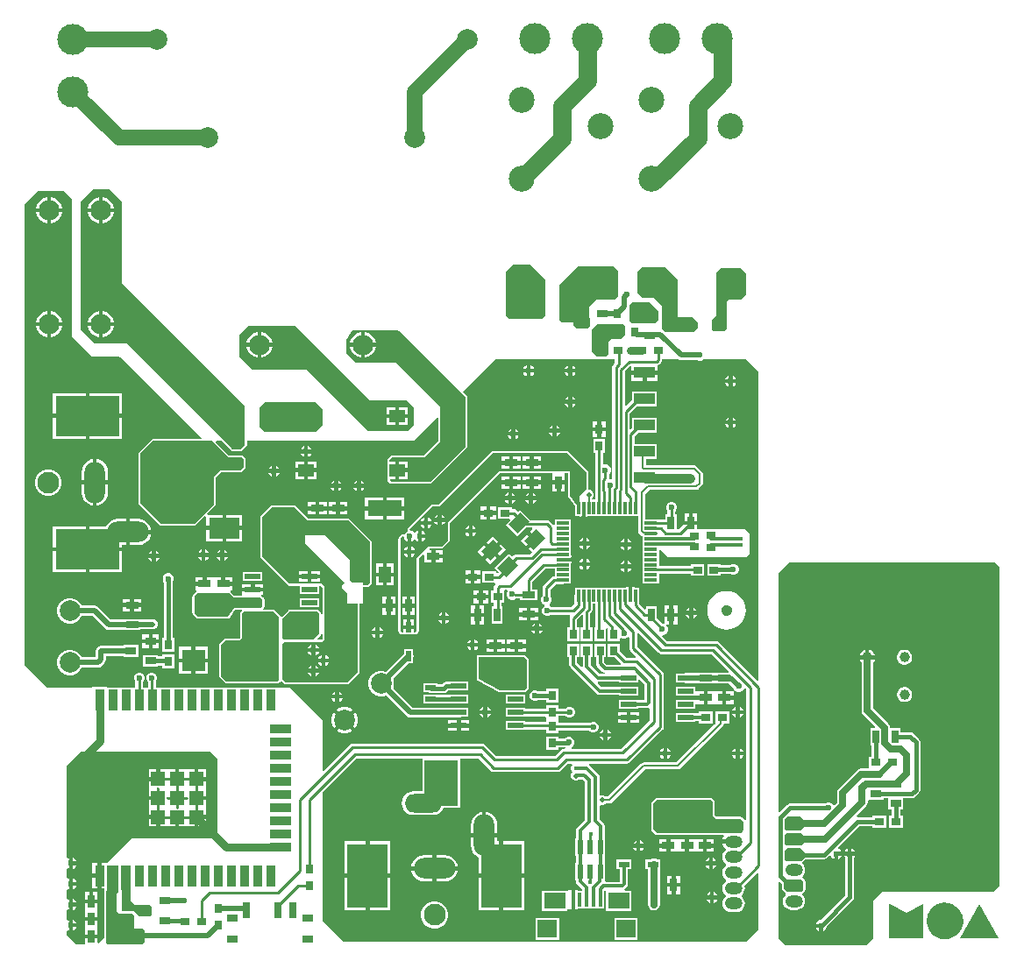
<source format=gtl>
G04*
G04 #@! TF.GenerationSoftware,Altium Limited,Altium Designer,23.4.1 (23)*
G04*
G04 Layer_Physical_Order=1*
G04 Layer_Color=255*
%FSLAX25Y25*%
%MOIN*%
G70*
G04*
G04 #@! TF.SameCoordinates,01ECF62D-24FD-4C24-98F2-6CFE089B3EF1*
G04*
G04*
G04 #@! TF.FilePolarity,Positive*
G04*
G01*
G75*
%ADD12C,0.01000*%
%ADD63C,0.08268*%
%ADD69R,0.02756X0.05118*%
%ADD70R,0.03800X0.03100*%
%ADD71R,0.05118X0.02756*%
G04:AMPARAMS|DCode=72|XSize=62.99mil|YSize=49.21mil|CornerRadius=0mil|HoleSize=0mil|Usage=FLASHONLY|Rotation=225.000|XOffset=0mil|YOffset=0mil|HoleType=Round|Shape=Rectangle|*
%AMROTATEDRECTD72*
4,1,4,0.00487,0.03967,0.03967,0.00487,-0.00487,-0.03967,-0.03967,-0.00487,0.00487,0.03967,0.0*
%
%ADD72ROTATEDRECTD72*%

%ADD73R,0.04724X0.01181*%
%ADD74R,0.01181X0.04724*%
%ADD75R,0.03100X0.03800*%
%ADD76R,0.04331X0.03150*%
%ADD77R,0.07874X0.04331*%
%ADD78R,0.02362X0.02362*%
%ADD79R,0.06299X0.06299*%
%ADD80R,0.17323X0.12992*%
%ADD81R,0.24410X0.15354*%
%ADD82R,0.03543X0.07874*%
%ADD83R,0.07874X0.03543*%
%ADD84R,0.05236X0.05236*%
%ADD85R,0.08858X0.08346*%
%ADD86R,0.07480X0.07087*%
%ADD87R,0.08268X0.06299*%
%ADD88R,0.01575X0.05315*%
%ADD89R,0.02362X0.05354*%
%ADD90R,0.04134X0.02165*%
%ADD91R,0.05906X0.01968*%
%ADD92R,0.03937X0.01968*%
%ADD93R,0.03937X0.03150*%
%ADD94R,0.02756X0.05906*%
%ADD95R,0.12992X0.17323*%
%ADD96R,0.15354X0.24410*%
%ADD97R,0.05118X0.13386*%
%ADD98R,0.02165X0.04134*%
%ADD99R,0.12992X0.06299*%
%ADD100R,0.04724X0.06299*%
%ADD101R,0.06102X0.04724*%
%ADD102R,0.11811X0.07874*%
%ADD103C,0.01500*%
%ADD104C,0.02000*%
%ADD105C,0.02500*%
%ADD106C,0.01100*%
%ADD107C,0.00800*%
%ADD108C,0.01200*%
%ADD109C,0.01470*%
%ADD110C,0.03000*%
%ADD111C,0.03500*%
%ADD112C,0.07000*%
%ADD113C,0.06000*%
%ADD114O,0.06693X0.04724*%
%ADD115C,0.09843*%
%ADD116O,0.07874X0.15748*%
%ADD117O,0.15748X0.07874*%
%ADD118O,0.07087X0.14173*%
%ADD119C,0.01181*%
%ADD120C,0.07874*%
%ADD121C,0.03937*%
%ADD122O,0.14173X0.07087*%
%ADD123C,0.11811*%
%ADD124C,0.02362*%
%ADD125C,0.01968*%
%ADD126C,0.01772*%
G36*
X203188Y255066D02*
Y241324D01*
X201935Y240070D01*
X189470Y240130D01*
X188150Y241450D01*
X188150Y258300D01*
X190750Y260900D01*
X197320D01*
X197337Y260917D01*
X203188Y255066D01*
D02*
G37*
G36*
X246063Y243307D02*
Y239764D01*
X244882Y238583D01*
X235827D01*
X235039Y239370D01*
X235039Y245276D01*
X236221Y246457D01*
X242913D01*
X246063Y243307D01*
D02*
G37*
G36*
X230709Y258661D02*
Y248819D01*
X229528Y247638D01*
X222441D01*
X219685Y244882D01*
Y240945D01*
X220079Y240551D01*
Y237402D01*
X219291Y236614D01*
X214961D01*
X213779Y237795D01*
Y238976D01*
X209449D01*
X208661Y239764D01*
Y253150D01*
X215748Y260236D01*
X229134D01*
X230709Y258661D01*
D02*
G37*
G36*
X279528Y257480D02*
Y249606D01*
X277559Y247638D01*
X272835D01*
X272047Y246850D01*
Y236221D01*
X271260Y235433D01*
X267323D01*
X266535Y236221D01*
Y239764D01*
X268110Y241339D01*
Y257874D01*
X269685Y259449D01*
X277559D01*
X279528Y257480D01*
D02*
G37*
G36*
X248819Y259842D02*
X253543Y255118D01*
Y240945D01*
X259055D01*
X261024Y238976D01*
Y236614D01*
X259449Y235039D01*
X248819D01*
X247638Y236221D01*
Y244882D01*
X244488Y248031D01*
X240158D01*
X238189Y250000D01*
Y258268D01*
X239764Y259842D01*
X248819Y259842D01*
D02*
G37*
G36*
X233465Y237402D02*
Y234252D01*
X231890Y232677D01*
X228346D01*
X227165Y231496D01*
Y226772D01*
X226378Y225984D01*
X222835D01*
X220866Y227953D01*
Y236221D01*
X222835Y238189D01*
X232677D01*
X233465Y237402D01*
D02*
G37*
G36*
X136614Y209055D02*
X150394Y209055D01*
X153150Y206299D01*
X153150Y200000D01*
X150787Y197638D01*
X135827D01*
X112598Y220866D01*
X91732Y220866D01*
X87008Y225590D01*
Y234252D01*
X90158Y237402D01*
X108268D01*
X136614Y209055D01*
D02*
G37*
G36*
X118504Y205906D02*
Y200000D01*
X115748Y197244D01*
X96457D01*
X94488Y199213D01*
Y206693D01*
X96457Y208661D01*
X115748D01*
X118504Y205906D01*
D02*
G37*
G36*
X42126Y284646D02*
X42126Y253937D01*
X88976Y207087D01*
X88976Y192126D01*
X87402Y190551D01*
X84252D01*
X44094Y230709D01*
X31890Y230709D01*
X26378Y236221D01*
Y284646D01*
X31102Y289370D01*
X37402D01*
X42126Y284646D01*
D02*
G37*
G36*
X172835Y210433D02*
Y191535D01*
X159449Y178150D01*
X144685D01*
X144001Y178833D01*
X144193Y179295D01*
X146100D01*
Y182658D01*
Y186020D01*
X143956D01*
X143765Y186482D01*
X144685Y187402D01*
X157283D01*
X163189Y193307D01*
Y206890D01*
X146457Y223622D01*
X131299Y223622D01*
X127559Y227362D01*
Y232283D01*
X129724Y236024D01*
X147244D01*
X172835Y210433D01*
D02*
G37*
G36*
X218701Y181890D02*
Y175197D01*
X216339Y172835D01*
Y165945D01*
X215158D01*
Y169216D01*
X212598Y172704D01*
Y175394D01*
Y182087D01*
X185433D01*
X166142Y162795D01*
X166142Y155905D01*
X163779Y153543D01*
X158661D01*
X154331Y149213D01*
X154331Y121462D01*
X153730Y120802D01*
X153264Y120983D01*
Y122085D01*
X151181D01*
X149098D01*
Y120901D01*
X148632Y120722D01*
X148031Y121387D01*
X148031Y156693D01*
X148895Y157556D01*
X149380Y157334D01*
X149520Y156629D01*
X150002Y155908D01*
X150724Y155426D01*
X150825Y155406D01*
Y157480D01*
X152325D01*
Y155406D01*
X152426Y155426D01*
X153147Y155908D01*
X153293Y156126D01*
X153793D01*
X153939Y155908D01*
X154661Y155426D01*
X154762Y155406D01*
Y157480D01*
Y159555D01*
X154661Y159535D01*
X153939Y159053D01*
X153793Y158834D01*
X153293D01*
X153147Y159053D01*
X152426Y159535D01*
X151721Y159675D01*
X151499Y160160D01*
X160113Y168774D01*
X163189D01*
X167323Y173228D01*
X183268Y189173D01*
X211417D01*
X218701Y181890D01*
D02*
G37*
G36*
X76378Y193701D02*
X82677Y187402D01*
X87795Y187402D01*
X88583Y186614D01*
Y183858D01*
X87402Y182677D01*
X79528D01*
X77165Y180315D01*
Y169685D01*
X69685Y162205D01*
X57087Y162205D01*
X49213Y170079D01*
Y188976D01*
X53937Y193701D01*
X76378Y193701D01*
D02*
G37*
G36*
X246199Y113128D02*
X246678Y112807D01*
X247244Y112695D01*
X266317D01*
X272928Y106083D01*
X272737Y105621D01*
X268001D01*
Y105481D01*
X267432D01*
Y105621D01*
X260914D01*
Y105481D01*
X256595D01*
X256496Y105500D01*
X255755Y105353D01*
X255597Y105247D01*
X252843D01*
Y101879D01*
X255587D01*
X255774Y101753D01*
X256516Y101606D01*
X260914D01*
Y101465D01*
X267432D01*
Y101606D01*
X268001D01*
Y101465D01*
X272960D01*
X274864Y99562D01*
X275007Y99215D01*
X275593Y98629D01*
X276358Y98313D01*
X277186D01*
X277951Y98629D01*
X278536Y99215D01*
X278698Y99606D01*
X279288Y99724D01*
X279624Y99388D01*
Y49539D01*
X279124Y49407D01*
X279048Y49520D01*
X278064Y50505D01*
X277832Y50659D01*
X277559Y50714D01*
X268209D01*
X267446Y51477D01*
Y56496D01*
X267392Y56769D01*
X267237Y57001D01*
X266450Y57788D01*
X266218Y57943D01*
X265945Y57997D01*
X245669D01*
X245396Y57943D01*
X245165Y57788D01*
X243590Y56213D01*
X243435Y55982D01*
X243381Y55709D01*
X243381Y46063D01*
X243435Y45790D01*
X243590Y45558D01*
X244968Y44180D01*
X245199Y44026D01*
X245472Y43971D01*
X270971Y43971D01*
X271217Y43471D01*
X270882Y43034D01*
X270543Y42216D01*
X270526Y42089D01*
X274803D01*
Y40589D01*
X270526D01*
X270543Y40461D01*
X270882Y39643D01*
X271421Y38941D01*
X271815Y38638D01*
Y38008D01*
X271492Y37760D01*
X270969Y37078D01*
X270641Y36285D01*
X270529Y35433D01*
X270641Y34582D01*
X270969Y33788D01*
X271492Y33106D01*
X271911Y32785D01*
Y32176D01*
X271492Y31854D01*
X270969Y31173D01*
X270641Y30379D01*
X270529Y29528D01*
X270641Y28676D01*
X270969Y27882D01*
X271492Y27201D01*
X271911Y26880D01*
Y26270D01*
X271492Y25949D01*
X270969Y25267D01*
X270641Y24474D01*
X270529Y23622D01*
X270641Y22770D01*
X270969Y21977D01*
X271492Y21295D01*
X271911Y20974D01*
Y20365D01*
X271492Y20043D01*
X270969Y19362D01*
X270641Y18568D01*
X270529Y17717D01*
X270641Y16865D01*
X270969Y16071D01*
X271492Y15390D01*
X272174Y14867D01*
X272967Y14538D01*
X273819Y14426D01*
X275787D01*
X276639Y14538D01*
X277433Y14867D01*
X278114Y15390D01*
X278637Y16071D01*
X278966Y16865D01*
X279078Y17717D01*
X278966Y18568D01*
X278637Y19362D01*
X278114Y20043D01*
X277695Y20365D01*
Y20974D01*
X278114Y21295D01*
X278637Y21977D01*
X278966Y22770D01*
X279078Y23622D01*
X278966Y24474D01*
X278897Y24640D01*
X283790Y29534D01*
X284252Y29342D01*
Y7874D01*
X279528Y3150D01*
X126378D01*
X118504Y11024D01*
Y60114D01*
X131321Y72931D01*
X156387D01*
Y60387D01*
X153150D01*
X151990Y60234D01*
X150909Y59787D01*
X149981Y59074D01*
X149268Y58146D01*
X148821Y57065D01*
X148668Y55905D01*
X148821Y54746D01*
X149268Y53665D01*
X149981Y52737D01*
X150909Y52024D01*
X151990Y51577D01*
X153150Y51424D01*
X160236D01*
X161396Y51577D01*
X162477Y52024D01*
X163405Y52737D01*
X164117Y53665D01*
X164348Y54221D01*
X170779D01*
Y72931D01*
X177734D01*
X182419Y68246D01*
X182899Y67926D01*
X183465Y67813D01*
X207874D01*
X208440Y67926D01*
X208919Y68246D01*
X211636Y70963D01*
X213187D01*
X213394Y70463D01*
X213250Y70319D01*
X212978Y69662D01*
Y68952D01*
X213250Y68296D01*
X213653Y67892D01*
X213166Y67406D01*
X212879Y66713D01*
Y65964D01*
X213166Y65271D01*
X213696Y64741D01*
X214389Y64454D01*
X215139D01*
X215831Y64741D01*
X216011Y64921D01*
X217275D01*
X218097Y64099D01*
Y49588D01*
X215357Y46848D01*
X214995Y46307D01*
X214868Y45669D01*
Y42550D01*
X214654D01*
Y35796D01*
X214868D01*
Y33298D01*
X214654D01*
Y26544D01*
X214868D01*
Y26178D01*
X214995Y25540D01*
X215357Y24999D01*
X217207Y23149D01*
X217174Y22649D01*
X215567D01*
Y22949D01*
X214529D01*
Y19291D01*
Y15634D01*
X215567D01*
Y15934D01*
X225503D01*
Y19080D01*
X225545Y19291D01*
Y22535D01*
X225794Y22720D01*
X226269Y22472D01*
Y14960D01*
X235936D01*
Y22659D01*
X233348D01*
X233196Y23159D01*
X233449Y23328D01*
X234152Y24031D01*
X234484Y24527D01*
X234600Y25112D01*
Y30895D01*
X235838D01*
Y34460D01*
X230304D01*
Y30895D01*
X231541D01*
Y25939D01*
X226267D01*
X225872Y26439D01*
X225897Y26544D01*
X225897D01*
Y33298D01*
X225683D01*
Y35796D01*
X225897D01*
Y42550D01*
X225683D01*
Y47261D01*
X225556Y47898D01*
X225194Y48439D01*
X223901Y49733D01*
Y54964D01*
X224316Y55242D01*
X224423Y55197D01*
X225173D01*
X225865Y55484D01*
X226137Y55756D01*
X227554D01*
X228061Y55857D01*
X228491Y56144D01*
X241100Y68753D01*
X253543D01*
X254051Y68854D01*
X254481Y69142D01*
X270703Y85364D01*
X270990Y85794D01*
X271091Y86301D01*
Y86333D01*
X273073D01*
Y90833D01*
X267873D01*
Y86333D01*
X267873Y86333D01*
X267873D01*
X267568Y85978D01*
X252994Y71404D01*
X240551D01*
X240044Y71303D01*
X239614Y71016D01*
X227005Y58407D01*
X226137D01*
X225865Y58679D01*
X225173Y58966D01*
X224423D01*
X224316Y58922D01*
X223901Y59199D01*
Y65812D01*
X223774Y66450D01*
X223412Y66991D01*
X220167Y70236D01*
X219828Y70463D01*
X219980Y70963D01*
X234252D01*
X234818Y71075D01*
X235297Y71396D01*
X247727Y83825D01*
X248048Y84305D01*
X248160Y84871D01*
Y104893D01*
X248048Y105459D01*
X247727Y105938D01*
X238093Y115573D01*
Y120581D01*
X238555Y120772D01*
X246199Y113128D01*
D02*
G37*
G36*
X23228Y285827D02*
Y233465D01*
X30709Y225984D01*
X41339D01*
X72446Y194876D01*
X72255Y194414D01*
X53937Y194414D01*
X53664Y194360D01*
X53432Y194205D01*
X48708Y189481D01*
X48553Y189250D01*
X48499Y188976D01*
Y170079D01*
X48553Y169806D01*
X48708Y169574D01*
X56582Y161700D01*
X56814Y161545D01*
X57087Y161491D01*
X69685Y161491D01*
X69958Y161545D01*
X70190Y161700D01*
X73697Y165207D01*
X74197Y165000D01*
Y161380D01*
X80352D01*
Y165567D01*
X74764D01*
X74557Y166067D01*
X77670Y169180D01*
X77825Y169412D01*
X77879Y169685D01*
Y180019D01*
X79823Y181964D01*
X87402D01*
X87675Y182018D01*
X87906Y182173D01*
X89087Y183354D01*
X89242Y183585D01*
X89296Y183858D01*
Y186614D01*
X89242Y186887D01*
X89087Y187119D01*
X88300Y187906D01*
X88068Y188061D01*
X87795Y188115D01*
X82973Y188115D01*
X77849Y193239D01*
X78041Y193701D01*
X80093D01*
X83747Y190047D01*
X83979Y189892D01*
X84252Y189838D01*
X87402D01*
X87675Y189892D01*
X87906Y190047D01*
X89481Y191621D01*
X89636Y191853D01*
X89690Y192126D01*
Y193701D01*
X153150Y193701D01*
X162013Y202565D01*
X162475Y202373D01*
Y193603D01*
X156988Y188115D01*
X144685D01*
X144412Y188061D01*
X144180Y187906D01*
X143260Y186986D01*
X143106Y186755D01*
X143051Y186482D01*
X143104Y186220D01*
X143106Y186208D01*
X143099Y185720D01*
X143099Y185720D01*
X143099Y185720D01*
Y179595D01*
X143099D01*
X143342Y179107D01*
X143340Y179095D01*
X143288Y178833D01*
X143342Y178560D01*
X143497Y178329D01*
X144180Y177645D01*
X144412Y177490D01*
X144685Y177436D01*
X159449D01*
X159722Y177490D01*
X159953Y177645D01*
X173339Y191031D01*
X173494Y191262D01*
X173548Y191535D01*
Y210433D01*
X173494Y210706D01*
X173339Y210938D01*
X171863Y212414D01*
X184252Y224803D01*
X229624D01*
Y223447D01*
X229089Y222912D01*
X228768Y222432D01*
X228656Y221866D01*
Y179326D01*
X228240Y179048D01*
X228117Y179099D01*
X227737D01*
X227420Y179486D01*
X227422Y179496D01*
X227422Y179496D01*
Y181153D01*
X227767Y181498D01*
X228084Y182263D01*
Y183091D01*
X227767Y183856D01*
X227182Y184441D01*
X226417Y184758D01*
X225589D01*
X225465Y184707D01*
X225049Y184985D01*
Y189329D01*
X225872D01*
Y194529D01*
X221372D01*
Y189329D01*
X222195D01*
Y171389D01*
X221010D01*
Y171889D01*
X221282Y172161D01*
X221569Y172854D01*
Y173603D01*
X221282Y174296D01*
X220752Y174826D01*
X220060Y175113D01*
X219484D01*
X219414Y175197D01*
Y181890D01*
X219360Y182163D01*
X219205Y182394D01*
X211922Y189678D01*
X211690Y189833D01*
X211417Y189887D01*
X183268D01*
X182995Y189833D01*
X182763Y189678D01*
X166818Y173733D01*
X166811Y173722D01*
X166800Y173714D01*
X162878Y169488D01*
X160113D01*
X159840Y169433D01*
X159608Y169279D01*
X150994Y160665D01*
X150986Y160653D01*
X150976Y160646D01*
X150909Y160538D01*
X150839Y160433D01*
X150837Y160420D01*
X150830Y160408D01*
X150810Y160284D01*
X150785Y160160D01*
X150787Y160147D01*
X150785Y160134D01*
X150815Y160011D01*
X150839Y159887D01*
X150793Y159644D01*
X150682Y159363D01*
X150396Y159245D01*
X149811Y158659D01*
X149692Y158373D01*
X149411Y158262D01*
X149168Y158216D01*
X149045Y158240D01*
X148922Y158270D01*
X148908Y158268D01*
X148895Y158270D01*
X148771Y158246D01*
X148647Y158226D01*
X148635Y158219D01*
X148622Y158216D01*
X148517Y158146D01*
X148409Y158080D01*
X148402Y158069D01*
X148390Y158061D01*
X147527Y157198D01*
X147372Y156966D01*
X147318Y156693D01*
X147318Y121387D01*
X147342Y121267D01*
X147359Y121147D01*
X147369Y121131D01*
X147372Y121113D01*
X147440Y121012D01*
X147502Y120908D01*
X148102Y120244D01*
X148109Y120238D01*
X148114Y120230D01*
X148221Y120155D01*
X148326Y120077D01*
X148334Y120075D01*
X148342Y120070D01*
X148469Y120041D01*
X148595Y120009D01*
X148605Y120010D01*
X148614Y120008D01*
X148742Y120030D01*
X148871Y120049D01*
X148879Y120054D01*
X148888Y120056D01*
X148901Y120061D01*
X149398Y120068D01*
X149398Y120068D01*
X152964D01*
X152964Y120068D01*
Y120068D01*
X153464Y120140D01*
X153472Y120137D01*
X153481Y120135D01*
X153488Y120131D01*
X153617Y120112D01*
X153747Y120089D01*
X153755Y120091D01*
X153763Y120090D01*
X153890Y120121D01*
X154018Y120150D01*
X154025Y120155D01*
X154034Y120157D01*
X154139Y120234D01*
X154246Y120310D01*
X154251Y120317D01*
X154258Y120322D01*
X154858Y120981D01*
X154922Y121086D01*
X154990Y121189D01*
X154993Y121205D01*
X155002Y121220D01*
X155020Y121341D01*
X155044Y121462D01*
X155044Y148917D01*
X156609Y150481D01*
X157071Y150290D01*
Y147425D01*
X159880D01*
Y149803D01*
Y152181D01*
X159379D01*
X159126Y152681D01*
X159234Y152830D01*
X163779D01*
X164053Y152884D01*
X164284Y153039D01*
X166646Y155401D01*
X166801Y155632D01*
X166855Y155905D01*
X166855Y162500D01*
X185729Y181373D01*
X205890D01*
Y178703D01*
X208268D01*
X210646D01*
Y181373D01*
X211885D01*
Y175394D01*
Y172704D01*
X211901Y172620D01*
X211905Y172534D01*
X211928Y172484D01*
X211939Y172431D01*
X211987Y172359D01*
X212023Y172282D01*
X214444Y168982D01*
Y165945D01*
X214458Y165876D01*
Y165265D01*
X214989D01*
X215158Y165231D01*
X216126D01*
Y164965D01*
X216967D01*
Y165264D01*
X217039D01*
Y165876D01*
X217053Y165945D01*
Y168327D01*
X218359D01*
X218394Y168151D01*
Y165264D01*
X218466D01*
Y164965D01*
X219307D01*
Y165265D01*
X238519D01*
Y159407D01*
X238620Y158899D01*
X238908Y158469D01*
X239552Y157825D01*
X239982Y157538D01*
X240245Y157485D01*
Y155225D01*
Y151288D01*
Y147351D01*
Y143414D01*
Y139477D01*
X246369D01*
Y143277D01*
X258424D01*
Y142435D01*
X263624D01*
Y146935D01*
X258424D01*
Y146132D01*
X246369D01*
Y152313D01*
X246831Y152504D01*
X249729Y149606D01*
X279528D01*
X280709Y150787D01*
Y158661D01*
X279134Y160236D01*
X260842D01*
Y161848D01*
X258465D01*
X255624D01*
X254012Y160236D01*
X253062D01*
Y165858D01*
X252561D01*
Y166941D01*
X252945Y167325D01*
X253262Y168090D01*
Y168918D01*
X252945Y169683D01*
X252360Y170268D01*
X251595Y170585D01*
X250767D01*
X250002Y170268D01*
X249417Y169683D01*
X249100Y168918D01*
Y168090D01*
X249417Y167325D01*
X249604Y167138D01*
Y165858D01*
X248906D01*
Y163900D01*
X243307D01*
X242741Y163787D01*
X242629Y163712D01*
X241170D01*
Y173548D01*
X242795Y175173D01*
X260560D01*
X261067Y175274D01*
X261497Y175561D01*
X262632Y176697D01*
X262920Y177127D01*
X263021Y177634D01*
Y181218D01*
X262920Y181725D01*
X262632Y182155D01*
X260780Y184008D01*
X260350Y184295D01*
X259842Y184396D01*
X241483D01*
Y186898D01*
X245582D01*
Y192629D01*
X237013D01*
Y195512D01*
X238399Y196898D01*
X245582D01*
Y202629D01*
X236308D01*
Y198989D01*
X235675Y198356D01*
X235213Y198547D01*
Y204264D01*
X237847Y206898D01*
X245582D01*
Y212629D01*
X236308D01*
Y209540D01*
X233875Y207107D01*
X233413Y207298D01*
Y220298D01*
X235508Y222393D01*
X236008Y222190D01*
Y220514D01*
X240945D01*
X245882D01*
Y222629D01*
X245985Y222650D01*
X246464Y222970D01*
X247109Y223615D01*
X247429Y224094D01*
X247542Y224660D01*
Y224803D01*
X253730D01*
X254052Y224588D01*
X254793Y224441D01*
X260788D01*
X261377Y224197D01*
X262245D01*
X263047Y224529D01*
X263321Y224803D01*
X279528D01*
X284252Y220079D01*
Y102744D01*
X283790Y102553D01*
X269156Y117187D01*
X268676Y117508D01*
X268110Y117620D01*
X249435D01*
X247589Y119466D01*
X247796Y119966D01*
X248052D01*
X248817Y120283D01*
X249402Y120868D01*
X249719Y121633D01*
Y122461D01*
X249402Y123226D01*
X249128Y123500D01*
X249335Y124000D01*
X250234D01*
Y126809D01*
X248606D01*
Y124440D01*
X248106Y124106D01*
X248052Y124128D01*
X247844D01*
X245582Y126391D01*
Y130818D01*
X241426D01*
Y129822D01*
X240964Y129631D01*
X238880Y131715D01*
Y134862D01*
X238767Y135428D01*
X238692Y135541D01*
Y137924D01*
X237024D01*
Y138224D01*
X236183D01*
Y137925D01*
X236111D01*
Y135541D01*
X236035Y135428D01*
X235923Y134862D01*
X234943D01*
X234831Y135428D01*
X234755Y135541D01*
Y137925D01*
X234683D01*
Y138224D01*
X233842D01*
Y137924D01*
X214458D01*
Y135541D01*
X214382Y135428D01*
X214270Y134862D01*
Y131715D01*
X213167Y130612D01*
X205402D01*
X205116Y130898D01*
X204687Y131076D01*
Y131617D01*
X204722Y131631D01*
X205308Y132217D01*
X205624Y132982D01*
Y133810D01*
X205308Y134574D01*
X205022Y134860D01*
Y137218D01*
X207093Y139289D01*
X209842D01*
X210408Y139402D01*
X210521Y139477D01*
X212905D01*
Y143414D01*
Y147051D01*
X213205D01*
Y147892D01*
X212905D01*
Y147964D01*
X210521D01*
X210408Y148039D01*
X209842Y148152D01*
Y149132D01*
X210408Y149244D01*
X210521Y149320D01*
X212905D01*
Y149392D01*
X213205D01*
Y150232D01*
X212905D01*
Y155225D01*
Y159162D01*
Y163712D01*
X206780D01*
Y161971D01*
X206280Y161819D01*
X206164Y161994D01*
X204907Y163250D01*
X204428Y163571D01*
X203862Y163683D01*
X197273D01*
X193575Y167381D01*
X192883Y166688D01*
X192167Y167404D01*
X191688Y167724D01*
X191122Y167837D01*
X190396D01*
Y168608D01*
X185196D01*
Y164108D01*
X189649D01*
X189841Y163646D01*
X188131Y161937D01*
X192601Y157467D01*
X195860Y160726D01*
X198092D01*
X198284Y160264D01*
X197296Y159277D01*
X199743Y156830D01*
X199213Y156299D01*
X199743Y155769D01*
X196809Y152835D01*
X198186Y151458D01*
X197419Y150691D01*
X192126D01*
X191560Y150578D01*
X191081Y150258D01*
X190589Y149766D01*
X189399Y150956D01*
X183955Y145512D01*
X185540Y143927D01*
X185040Y143427D01*
X184490D01*
Y144199D01*
X179290D01*
Y139699D01*
X184002D01*
X184210Y139199D01*
X183994Y138984D01*
X183674Y138504D01*
X183561Y137938D01*
Y136718D01*
X182440D01*
Y132219D01*
X183561D01*
Y130818D01*
X182765D01*
Y124300D01*
X186920D01*
Y130818D01*
X186518D01*
Y132219D01*
X187640D01*
Y136718D01*
X187916Y137104D01*
X188626D01*
X188817Y136642D01*
X188787Y136612D01*
X188470Y135847D01*
Y135019D01*
X188787Y134254D01*
X189372Y133669D01*
X190137Y133352D01*
X190965D01*
X191730Y133669D01*
X191819Y133758D01*
X193591D01*
Y133158D01*
X200109D01*
Y137314D01*
X198329D01*
Y140332D01*
X203101Y145104D01*
X206780D01*
Y142246D01*
X206480D01*
X205915Y142134D01*
X205435Y141813D01*
X202498Y138876D01*
X202177Y138397D01*
X202065Y137831D01*
Y134860D01*
X201779Y134574D01*
X201462Y133810D01*
Y132982D01*
X201779Y132217D01*
X202364Y131631D01*
X202793Y131454D01*
Y130913D01*
X202758Y130898D01*
X202173Y130313D01*
X201856Y129548D01*
Y128720D01*
X202173Y127955D01*
X202758Y127370D01*
X203523Y127053D01*
X204351D01*
X205116Y127370D01*
X205402Y127655D01*
X212371D01*
X212629Y127155D01*
X212461Y126903D01*
X212352Y126357D01*
X212352Y126357D01*
Y122876D01*
X211529D01*
Y117676D01*
X216030D01*
Y122876D01*
X215207D01*
Y125766D01*
X217008Y127567D01*
X217470Y127376D01*
Y122876D01*
X216648D01*
Y117676D01*
X221148D01*
Y122876D01*
X220325D01*
Y128149D01*
X220694Y128518D01*
X220694Y128518D01*
X221004Y128981D01*
X221112Y129528D01*
X221112Y129528D01*
Y131800D01*
X222195D01*
Y122876D01*
X221766D01*
Y117676D01*
X226266D01*
Y122110D01*
X226766Y122377D01*
X226884Y122298D01*
Y117695D01*
X231384D01*
Y118563D01*
X231846Y118754D01*
X231892Y118708D01*
X232657Y118391D01*
X233485D01*
X234250Y118708D01*
X234636Y119094D01*
X235136Y118887D01*
Y114961D01*
X235248Y114395D01*
X235569Y113915D01*
X237663Y111821D01*
X237456Y111321D01*
X233899D01*
X231384Y113836D01*
Y116595D01*
X226884D01*
Y111395D01*
X229643D01*
X231922Y109116D01*
X231715Y108616D01*
X226618D01*
X225545Y109689D01*
Y111376D01*
X226266D01*
Y116576D01*
X221766D01*
Y111376D01*
X222486D01*
Y109055D01*
X222603Y108470D01*
X222934Y107974D01*
X224903Y106005D01*
X225399Y105674D01*
X225808Y105592D01*
X225758Y105092D01*
X223842D01*
X220427Y108508D01*
Y111376D01*
X221148D01*
Y116576D01*
X216648D01*
Y111376D01*
X217368D01*
Y107943D01*
X217206Y107819D01*
X216890Y107713D01*
X215309Y109295D01*
Y111376D01*
X216030D01*
Y116576D01*
X211529D01*
Y111376D01*
X212250D01*
Y108661D01*
X212367Y108076D01*
X212698Y107580D01*
X222797Y97482D01*
X223293Y97150D01*
X223878Y97034D01*
X231190D01*
Y96879D01*
X238495D01*
Y100247D01*
X231190D01*
Y100092D01*
X224512D01*
X223048Y101556D01*
X223154Y101871D01*
X223277Y102034D01*
X231190D01*
Y101879D01*
X238495D01*
Y102869D01*
X238957Y103061D01*
X240990Y101028D01*
Y95092D01*
X238495D01*
Y95247D01*
X231190D01*
Y91879D01*
X238495D01*
Y92034D01*
X241817D01*
X242402Y92150D01*
X242510Y92222D01*
X243010Y91955D01*
Y87620D01*
X232065Y76675D01*
X213197D01*
X213098Y77175D01*
X213327Y77270D01*
X213912Y77855D01*
X214229Y78620D01*
Y79448D01*
X213912Y80213D01*
X213327Y80799D01*
X212562Y81115D01*
X211734D01*
X210969Y80799D01*
X210740Y80569D01*
X208155D01*
Y81340D01*
X203656D01*
Y76140D01*
X208155D01*
Y77205D01*
X210694D01*
X210718Y77175D01*
X210481Y76675D01*
X210236D01*
X209670Y76563D01*
X209191Y76242D01*
X206868Y73919D01*
X184471D01*
X180179Y78211D01*
X179700Y78531D01*
X179134Y78644D01*
X129921D01*
X129356Y78531D01*
X128876Y78211D01*
X118966Y68301D01*
X118504Y68492D01*
Y87402D01*
X105905Y100000D01*
X55022D01*
Y102079D01*
X55308Y102365D01*
X55624Y103129D01*
Y103957D01*
X55308Y104722D01*
X54722Y105308D01*
X53957Y105624D01*
X53129D01*
X52364Y105308D01*
X51779Y104722D01*
X51462Y103957D01*
Y103129D01*
X51779Y102365D01*
X52065Y102079D01*
Y100000D01*
X50297D01*
Y102079D01*
X50583Y102365D01*
X50900Y103129D01*
Y103957D01*
X50583Y104722D01*
X49998Y105308D01*
X49233Y105624D01*
X48405D01*
X47640Y105308D01*
X47055Y104722D01*
X46738Y103957D01*
Y103129D01*
X47055Y102365D01*
X47341Y102079D01*
Y100000D01*
X36472D01*
Y100213D01*
X30929D01*
Y100000D01*
X13780D01*
X5118Y108661D01*
Y283858D01*
X10236Y288976D01*
X20079D01*
X23228Y285827D01*
D02*
G37*
G36*
X375984Y145669D02*
Y24551D01*
X373520Y22087D01*
X331181Y22087D01*
X327811Y18717D01*
Y4445D01*
X325335Y1969D01*
X294488Y1969D01*
X291881Y4576D01*
Y25926D01*
X292343Y26117D01*
X293184Y25276D01*
Y23302D01*
X293238Y23029D01*
X293393Y22797D01*
X294542Y21648D01*
X294583Y21235D01*
X294538Y21015D01*
X294391Y20902D01*
X293868Y20221D01*
X293539Y19427D01*
X293427Y18576D01*
X293539Y17724D01*
X293868Y16930D01*
X294391Y16249D01*
X295072Y15726D01*
X295866Y15397D01*
X296717Y15285D01*
X298686D01*
X299537Y15397D01*
X300331Y15726D01*
X301012Y16249D01*
X301535Y16930D01*
X301864Y17724D01*
X301976Y18576D01*
X301864Y19427D01*
X301535Y20221D01*
X301012Y20902D01*
X300922Y20972D01*
X300889Y21464D01*
X300933Y21593D01*
X301813Y22473D01*
X301968Y22705D01*
X302022Y22978D01*
Y26127D01*
X301968Y26401D01*
X301813Y26632D01*
X301026Y27420D01*
X301011Y27429D01*
X300953Y28003D01*
X300959Y28019D01*
X301012Y28060D01*
X301535Y28741D01*
X301864Y29535D01*
X301976Y30387D01*
X301864Y31238D01*
X301535Y32032D01*
X301012Y32713D01*
X300926Y32779D01*
X300901Y33295D01*
X300942Y33397D01*
X302154Y34610D01*
X309127D01*
X309770Y34738D01*
X310316Y35102D01*
X311156Y35942D01*
X311746Y35825D01*
X311930Y35379D01*
X312544Y34765D01*
X313030Y34564D01*
Y36614D01*
X313779D01*
Y37364D01*
X315830D01*
X315629Y37850D01*
X315015Y38463D01*
X314569Y38648D01*
X314452Y39238D01*
X322468Y47255D01*
X327675D01*
Y46687D01*
X332875D01*
Y51187D01*
X327675D01*
Y50619D01*
X321772D01*
X321744Y50614D01*
X321498Y51075D01*
X325172Y54749D01*
X325647Y55460D01*
X325814Y56299D01*
Y56789D01*
X326091Y57174D01*
X331822D01*
Y57766D01*
X333532D01*
Y53434D01*
X334893D01*
Y51187D01*
X333975D01*
Y46687D01*
X339175D01*
Y51187D01*
X338257D01*
Y53434D01*
X339263D01*
Y57766D01*
X342520D01*
X343163Y57895D01*
X343709Y58259D01*
X345284Y59834D01*
X345649Y60380D01*
X345777Y61024D01*
Y79134D01*
X345649Y79778D01*
X345284Y80323D01*
X343158Y82449D01*
X342612Y82814D01*
X341968Y82942D01*
X338338D01*
Y84519D01*
X334300D01*
Y84627D01*
X334133Y85466D01*
X333658Y86177D01*
X327783Y92052D01*
Y109411D01*
X327966Y109595D01*
X328357Y110272D01*
X328463Y110667D01*
X322718D01*
X322824Y110272D01*
X323215Y109595D01*
X323398Y109411D01*
Y91144D01*
X323565Y90305D01*
X324041Y89593D01*
X328653Y84981D01*
X328462Y84519D01*
X326702D01*
Y78001D01*
X327097D01*
Y73667D01*
X326180D01*
Y69167D01*
X325699Y69121D01*
X323228D01*
X322390Y68954D01*
X321678Y68479D01*
X314719Y61520D01*
X314244Y60809D01*
X314077Y59970D01*
Y55970D01*
X313170Y55063D01*
X312679Y55160D01*
X312634Y55270D01*
X312049Y55855D01*
X311284Y56172D01*
X310456D01*
X309691Y55855D01*
X309609Y55773D01*
X296246D01*
X296246Y55773D01*
X295602Y55645D01*
X295056Y55280D01*
X295056Y55280D01*
X292343Y52567D01*
X291881Y52759D01*
X291881Y143456D01*
X295940Y147515D01*
X374064Y147589D01*
X375984Y145669D01*
D02*
G37*
G36*
X302756Y48031D02*
X300394Y45669D01*
X294882Y45669D01*
X294291Y46260D01*
Y49803D01*
X295276Y50787D01*
X300000D01*
X302756Y48031D01*
D02*
G37*
G36*
X266732Y56496D02*
Y51181D01*
X267913Y50000D01*
X277559D01*
X278543Y49016D01*
Y45715D01*
X277855Y44685D01*
X245472Y44685D01*
X244094Y46063D01*
X244094Y55709D01*
X245669Y57284D01*
X265945D01*
X266732Y56496D01*
D02*
G37*
G36*
X78347Y72835D02*
Y43701D01*
X77253Y42607D01*
X50020Y42607D01*
X45757D01*
X36433Y33283D01*
X34451D01*
Y28346D01*
Y23410D01*
X35433D01*
Y4724D01*
X33390Y2681D01*
X32890Y2888D01*
Y4368D01*
X30512D01*
X28134D01*
Y2362D01*
X24803D01*
X21260Y5906D01*
Y7277D01*
X21760Y7544D01*
X21984Y7394D01*
X22085Y7374D01*
Y9449D01*
Y11524D01*
X21984Y11503D01*
X21760Y11354D01*
X21260Y11621D01*
Y15151D01*
X21760Y15418D01*
X21984Y15268D01*
X22085Y15248D01*
Y17323D01*
Y19398D01*
X21984Y19377D01*
X21760Y19228D01*
X21260Y19495D01*
Y23025D01*
X21760Y23292D01*
X21984Y23142D01*
X22085Y23122D01*
Y25197D01*
Y27272D01*
X21984Y27251D01*
X21760Y27102D01*
X21260Y27369D01*
Y30899D01*
X21760Y31166D01*
X21984Y31016D01*
X22085Y30996D01*
Y33071D01*
Y35146D01*
X21984Y35125D01*
X21760Y34976D01*
X21260Y35243D01*
X21260Y70079D01*
X26782Y75601D01*
X75580D01*
X78347Y72835D01*
D02*
G37*
G36*
X302756Y42126D02*
X300394Y39764D01*
X294882Y39764D01*
X294291Y40354D01*
Y43898D01*
X295024Y44630D01*
X300252D01*
X302756Y42126D01*
D02*
G37*
G36*
Y36220D02*
X300394Y33858D01*
X294882Y33858D01*
X294291Y34449D01*
Y37992D01*
X295024Y38725D01*
X300252D01*
X302756Y36220D01*
D02*
G37*
G36*
X300521Y26915D02*
X301308Y26127D01*
Y22978D01*
X300379Y22048D01*
X295151D01*
X293898Y23302D01*
Y25943D01*
X294869Y26915D01*
X300521Y26915D01*
D02*
G37*
G36*
X347008Y4528D02*
X333819D01*
Y17598D01*
X334134D01*
X340394Y14173D01*
X346693Y17638D01*
X347008D01*
Y4528D01*
D02*
G37*
G36*
X45669Y18898D02*
X47244Y17323D01*
X52756D01*
X53543Y16535D01*
Y13386D01*
X53150Y12992D01*
X48819Y12992D01*
X46850Y14961D01*
X42520D01*
X42126Y15354D01*
Y22835D01*
X41732Y23228D01*
Y31102D01*
Y32283D01*
X45669D01*
Y18898D01*
D02*
G37*
G36*
X375433Y4528D02*
X360906Y4567D01*
X368071Y17643D01*
X368283D01*
X375433Y4528D01*
D02*
G37*
G36*
X357992Y17520D02*
X360315Y15748D01*
X361772Y13071D01*
X362047Y10669D01*
X361378Y8347D01*
X360039Y6339D01*
X358543Y5158D01*
X356457Y4331D01*
X353622D01*
X350197Y6024D01*
X348740Y8110D01*
X348071Y10551D01*
X348425Y13543D01*
X350236Y16260D01*
X352165Y17520D01*
X354724Y18150D01*
X354803D01*
X357992Y17520D01*
D02*
G37*
G36*
X40945Y22047D02*
X40157Y21260D01*
Y14961D01*
X41339Y13780D01*
X46063Y13780D01*
X46850Y12992D01*
Y8268D01*
X50000Y8268D01*
X50787Y7480D01*
Y3150D01*
X50000Y2362D01*
X36614D01*
X36220Y2756D01*
Y22441D01*
X36614Y22835D01*
Y32283D01*
X40945D01*
Y22047D01*
D02*
G37*
%LPC*%
G36*
X95238Y235225D02*
Y231065D01*
X99398D01*
X99089Y232221D01*
X98439Y233346D01*
X97520Y234265D01*
X96394Y234915D01*
X95238Y235225D01*
D02*
G37*
G36*
X93738Y235225D02*
X92583Y234915D01*
X91457Y234265D01*
X90538Y233346D01*
X89888Y232221D01*
X89578Y231065D01*
X93738D01*
Y235225D01*
D02*
G37*
G36*
Y229565D02*
X89578D01*
X89888Y228409D01*
X90538Y227284D01*
X91457Y226364D01*
X92583Y225714D01*
X93738Y225405D01*
Y229565D01*
D02*
G37*
G36*
X99398D02*
X95238D01*
Y225405D01*
X96394Y225714D01*
X97520Y226364D01*
X98439Y227284D01*
X99089Y228409D01*
X99398Y229565D01*
D02*
G37*
G36*
X150902Y206532D02*
X147600D01*
Y203919D01*
X150902D01*
Y206532D01*
D02*
G37*
G36*
X146100D02*
X142799D01*
Y203919D01*
X146100D01*
Y206532D01*
D02*
G37*
G36*
X150902Y202419D02*
X147600D01*
Y199807D01*
X150902D01*
Y202419D01*
D02*
G37*
G36*
X146100D02*
X142799D01*
Y199807D01*
X146100D01*
Y202419D01*
D02*
G37*
G36*
X35002Y286406D02*
Y282246D01*
X39162D01*
X38853Y283402D01*
X38203Y284527D01*
X37283Y285447D01*
X36158Y286097D01*
X35002Y286406D01*
D02*
G37*
G36*
X33502Y286406D02*
X32346Y286097D01*
X31221Y285447D01*
X30301Y284527D01*
X29651Y283402D01*
X29342Y282246D01*
X33502D01*
Y286406D01*
D02*
G37*
G36*
X39162Y280746D02*
X35002D01*
Y276586D01*
X36158Y276895D01*
X37283Y277545D01*
X38203Y278465D01*
X38853Y279591D01*
X39162Y280746D01*
D02*
G37*
G36*
X33502D02*
X29342D01*
X29651Y279591D01*
X30301Y278465D01*
X31221Y277545D01*
X32346Y276895D01*
X33502Y276586D01*
Y280746D01*
D02*
G37*
G36*
X35002Y243099D02*
Y238939D01*
X39162D01*
X38853Y240095D01*
X38203Y241220D01*
X37283Y242140D01*
X36158Y242790D01*
X35002Y243099D01*
D02*
G37*
G36*
X33502D02*
X32346Y242790D01*
X31221Y242140D01*
X30301Y241220D01*
X29651Y240095D01*
X29342Y238939D01*
X33502D01*
Y243099D01*
D02*
G37*
G36*
X39162Y237439D02*
X35002D01*
Y233279D01*
X36158Y233588D01*
X37283Y234238D01*
X38203Y235158D01*
X38853Y236283D01*
X39162Y237439D01*
D02*
G37*
G36*
X33502D02*
X29342D01*
X29651Y236283D01*
X30301Y235158D01*
X31221Y234238D01*
X32346Y233588D01*
X33502Y233279D01*
Y237439D01*
D02*
G37*
G36*
X134608Y235225D02*
Y231065D01*
X138768D01*
X138459Y232221D01*
X137809Y233346D01*
X136890Y234265D01*
X135764Y234915D01*
X134608Y235225D01*
D02*
G37*
G36*
X133108Y235225D02*
X131953Y234915D01*
X130827Y234265D01*
X129908Y233346D01*
X129258Y232221D01*
X128948Y231065D01*
X133108D01*
Y235225D01*
D02*
G37*
G36*
Y229565D02*
X128948D01*
X129258Y228409D01*
X129908Y227284D01*
X130827Y226364D01*
X131953Y225714D01*
X133108Y225405D01*
Y229565D01*
D02*
G37*
G36*
X138768D02*
X134608D01*
Y225405D01*
X135764Y225714D01*
X136890Y226364D01*
X137809Y227284D01*
X138459Y228409D01*
X138768Y229565D01*
D02*
G37*
G36*
X150902Y186020D02*
X147600D01*
Y183407D01*
X150902D01*
Y186020D01*
D02*
G37*
G36*
Y181907D02*
X147600D01*
Y179295D01*
X150902D01*
Y181907D01*
D02*
G37*
G36*
X193717Y187811D02*
X190908D01*
Y186183D01*
X193717D01*
Y187811D01*
D02*
G37*
G36*
X201590D02*
X198782D01*
Y186183D01*
X201590D01*
Y187811D01*
D02*
G37*
G36*
X197282D02*
X194472D01*
Y186183D01*
X197282D01*
Y187811D01*
D02*
G37*
G36*
X189408D02*
X186598D01*
Y186183D01*
X189408D01*
Y187811D01*
D02*
G37*
G36*
X201590Y184683D02*
X198782D01*
Y183055D01*
X201590D01*
Y184683D01*
D02*
G37*
G36*
X197282D02*
X194472D01*
Y183055D01*
X197282D01*
Y184683D01*
D02*
G37*
G36*
X193717D02*
X190908D01*
Y183055D01*
X193717D01*
Y184683D01*
D02*
G37*
G36*
X189408D02*
X186598D01*
Y183055D01*
X189408D01*
Y184683D01*
D02*
G37*
G36*
X163742Y165854D02*
Y164530D01*
X165067D01*
X165047Y164630D01*
X164565Y165352D01*
X163843Y165834D01*
X163742Y165854D01*
D02*
G37*
G36*
X162242D02*
X162141Y165834D01*
X161420Y165352D01*
X160938Y164630D01*
X160917Y164530D01*
X162242D01*
Y165854D01*
D02*
G37*
G36*
X158624Y164673D02*
Y163348D01*
X159949D01*
X159929Y163450D01*
X159447Y164171D01*
X158725Y164653D01*
X158624Y164673D01*
D02*
G37*
G36*
X157124D02*
X157023Y164653D01*
X156301Y164171D01*
X155819Y163450D01*
X155799Y163348D01*
X157124D01*
Y164673D01*
D02*
G37*
G36*
X165067Y163030D02*
X163742D01*
Y161705D01*
X163843Y161725D01*
X164565Y162207D01*
X165047Y162928D01*
X165067Y163030D01*
D02*
G37*
G36*
X162242D02*
X160917D01*
X160938Y162928D01*
X161420Y162207D01*
X162141Y161725D01*
X162242Y161705D01*
Y163030D01*
D02*
G37*
G36*
X159949Y161848D02*
X158624D01*
Y160524D01*
X158725Y160544D01*
X159447Y161026D01*
X159929Y161747D01*
X159949Y161848D01*
D02*
G37*
G36*
X157124D02*
X155799D01*
X155819Y161747D01*
X156301Y161026D01*
X157023Y160544D01*
X157124Y160524D01*
Y161848D01*
D02*
G37*
G36*
X156262Y159555D02*
Y158230D01*
X157586D01*
X157566Y158331D01*
X157084Y159053D01*
X156363Y159535D01*
X156262Y159555D01*
D02*
G37*
G36*
X157586Y156730D02*
X156262D01*
Y155406D01*
X156363Y155426D01*
X157084Y155908D01*
X157566Y156629D01*
X157586Y156730D01*
D02*
G37*
G36*
X152325Y153649D02*
Y152325D01*
X153649D01*
X153629Y152426D01*
X153147Y153147D01*
X152426Y153629D01*
X152325Y153649D01*
D02*
G37*
G36*
X150825D02*
X150724Y153629D01*
X150002Y153147D01*
X149520Y152426D01*
X149500Y152325D01*
X150825D01*
Y153649D01*
D02*
G37*
G36*
X153649Y150825D02*
X152325D01*
Y149500D01*
X152426Y149520D01*
X153147Y150002D01*
X153629Y150724D01*
X153649Y150825D01*
D02*
G37*
G36*
X150825D02*
X149500D01*
X149520Y150724D01*
X150002Y150002D01*
X150724Y149520D01*
X150825Y149500D01*
Y150825D01*
D02*
G37*
G36*
X153559Y134661D02*
X151931D01*
Y131852D01*
X153559D01*
Y134661D01*
D02*
G37*
G36*
X150431D02*
X148803D01*
Y131852D01*
X150431D01*
Y134661D01*
D02*
G37*
G36*
X153559Y130352D02*
X151931D01*
Y127543D01*
X153559D01*
Y130352D01*
D02*
G37*
G36*
X150431D02*
X148803D01*
Y127543D01*
X150431D01*
Y130352D01*
D02*
G37*
G36*
X153264Y125902D02*
X151931D01*
Y123585D01*
X153264D01*
Y125902D01*
D02*
G37*
G36*
X150431D02*
X149098D01*
Y123585D01*
X150431D01*
Y125902D01*
D02*
G37*
G36*
X272010Y98441D02*
Y96813D01*
X274819D01*
Y98441D01*
X272010D01*
D02*
G37*
G36*
X260149Y100247D02*
X252843D01*
Y96879D01*
X260114D01*
X260149Y96879D01*
X260515Y96813D01*
X263423D01*
Y98441D01*
X260649D01*
X260614Y98441D01*
X260149Y98524D01*
Y100247D01*
D02*
G37*
G36*
X274819Y95313D02*
X272010D01*
Y93685D01*
X274819D01*
Y95313D01*
D02*
G37*
G36*
X264923Y98441D02*
Y96063D01*
Y93685D01*
X270510D01*
Y96063D01*
Y98441D01*
X264923D01*
D02*
G37*
G36*
X263423Y95313D02*
X260515D01*
X260149Y95247D01*
X260114Y95247D01*
X252843D01*
Y91879D01*
X260149D01*
Y93602D01*
X260614Y93685D01*
X260649Y93685D01*
X263423D01*
Y95313D01*
D02*
G37*
G36*
X277128Y92601D02*
Y91301D01*
X278428D01*
X278227Y91787D01*
X277613Y92400D01*
X277128Y92601D01*
D02*
G37*
G36*
X275628D02*
X275143Y92400D01*
X274529Y91787D01*
X274328Y91301D01*
X275628D01*
Y92601D01*
D02*
G37*
G36*
X266773Y90833D02*
X261573D01*
Y90092D01*
X260149D01*
Y90247D01*
X252843D01*
Y86879D01*
X260149D01*
Y87034D01*
X261573D01*
Y86333D01*
X266773D01*
Y90833D01*
D02*
G37*
G36*
X278428Y89801D02*
X277128D01*
Y88501D01*
X277613Y88702D01*
X278227Y89316D01*
X278428Y89801D01*
D02*
G37*
G36*
X275628D02*
X274328D01*
X274529Y89316D01*
X275143Y88702D01*
X275628Y88501D01*
Y89801D01*
D02*
G37*
G36*
X277128Y76853D02*
Y75553D01*
X278428D01*
X278227Y76039D01*
X277613Y76652D01*
X277128Y76853D01*
D02*
G37*
G36*
X275628D02*
X275143Y76652D01*
X274529Y76039D01*
X274328Y75553D01*
X275628D01*
Y76853D01*
D02*
G37*
G36*
X249569D02*
Y75553D01*
X250869D01*
X250668Y76039D01*
X250054Y76652D01*
X249569Y76853D01*
D02*
G37*
G36*
X248069D02*
X247583Y76652D01*
X246970Y76039D01*
X246769Y75553D01*
X248069D01*
Y76853D01*
D02*
G37*
G36*
X278428Y74053D02*
X277128D01*
Y72753D01*
X277613Y72954D01*
X278227Y73568D01*
X278428Y74053D01*
D02*
G37*
G36*
X275628D02*
X274328D01*
X274529Y73568D01*
X275143Y72954D01*
X275628Y72753D01*
Y74053D01*
D02*
G37*
G36*
X250869D02*
X249569D01*
Y72753D01*
X250054Y72954D01*
X250668Y73568D01*
X250869Y74053D01*
D02*
G37*
G36*
X248069D02*
X246769D01*
X246970Y73568D01*
X247583Y72954D01*
X248069Y72753D01*
Y74053D01*
D02*
G37*
G36*
X180671Y52519D02*
Y44451D01*
X184901D01*
Y47638D01*
X184731Y48927D01*
X184234Y50128D01*
X183442Y51159D01*
X182411Y51950D01*
X181210Y52448D01*
X180671Y52519D01*
D02*
G37*
G36*
X179171D02*
X178632Y52448D01*
X177431Y51950D01*
X176400Y51159D01*
X175609Y50128D01*
X175111Y48927D01*
X174942Y47638D01*
Y44451D01*
X179171D01*
Y52519D01*
D02*
G37*
G36*
X267339Y42142D02*
X264529D01*
Y40514D01*
X267339D01*
Y42142D01*
D02*
G37*
G36*
X249250D02*
X246441D01*
Y40514D01*
X249250D01*
Y42142D01*
D02*
G37*
G36*
X239333Y41814D02*
Y40514D01*
X240633D01*
X240432Y40999D01*
X239818Y41613D01*
X239333Y41814D01*
D02*
G37*
G36*
X237833D02*
X237347Y41613D01*
X236734Y40999D01*
X236532Y40514D01*
X237833D01*
Y41814D01*
D02*
G37*
G36*
X240633Y39014D02*
X239333D01*
Y37714D01*
X239818Y37915D01*
X240432Y38528D01*
X240633Y39014D01*
D02*
G37*
G36*
X237833D02*
X236532D01*
X236734Y38528D01*
X237347Y37915D01*
X237833Y37714D01*
Y39014D01*
D02*
G37*
G36*
X267339Y39014D02*
X264529D01*
Y37386D01*
X267339D01*
Y39014D01*
D02*
G37*
G36*
X263030Y42142D02*
X257837D01*
Y39764D01*
Y37386D01*
X263030D01*
Y39764D01*
Y42142D01*
D02*
G37*
G36*
X256337D02*
X250750D01*
Y39764D01*
X250000D01*
D01*
X250750D01*
Y37386D01*
X256337D01*
Y39764D01*
Y42142D01*
D02*
G37*
G36*
X249250Y39014D02*
X246441D01*
Y37386D01*
X249250D01*
Y39014D01*
D02*
G37*
G36*
X266892Y35121D02*
Y33821D01*
X268192D01*
X267991Y34306D01*
X267377Y34920D01*
X266892Y35121D01*
D02*
G37*
G36*
X265392D02*
X264906Y34920D01*
X264293Y34306D01*
X264092Y33821D01*
X265392D01*
Y35121D01*
D02*
G37*
G36*
X164961Y36082D02*
X161774D01*
Y31852D01*
X169842D01*
X169771Y32391D01*
X169273Y33592D01*
X168482Y34624D01*
X167450Y35415D01*
X166249Y35912D01*
X164961Y36082D01*
D02*
G37*
G36*
X160274D02*
X157087D01*
X155798Y35912D01*
X154597Y35415D01*
X153566Y34624D01*
X152774Y33592D01*
X152277Y32391D01*
X152206Y31852D01*
X160274D01*
Y36082D01*
D02*
G37*
G36*
X268192Y32321D02*
X266892D01*
Y31021D01*
X267377Y31222D01*
X267991Y31835D01*
X268192Y32321D01*
D02*
G37*
G36*
X265392D02*
X264092D01*
X264293Y31835D01*
X264906Y31222D01*
X265392Y31021D01*
Y32321D01*
D02*
G37*
G36*
X195095Y41551D02*
X187167D01*
Y29096D01*
X195095D01*
Y41551D01*
D02*
G37*
G36*
X184901Y42951D02*
X179921D01*
X174942D01*
Y39764D01*
X175111Y38475D01*
X175609Y37274D01*
X176400Y36243D01*
X177431Y35451D01*
X177740Y35324D01*
Y29096D01*
X185667D01*
Y41551D01*
X184901D01*
Y42951D01*
D02*
G37*
G36*
X144307Y41551D02*
X136380D01*
Y29096D01*
X144307D01*
Y41551D01*
D02*
G37*
G36*
X134880D02*
X126953D01*
Y29096D01*
X134880D01*
Y41551D01*
D02*
G37*
G36*
X169842Y30352D02*
X161774D01*
Y26123D01*
X164961D01*
X166249Y26292D01*
X167450Y26790D01*
X168482Y27581D01*
X169273Y28613D01*
X169771Y29814D01*
X169842Y30352D01*
D02*
G37*
G36*
X160274D02*
X152206D01*
X152277Y29814D01*
X152774Y28613D01*
X153566Y27581D01*
X154597Y26790D01*
X155798Y26292D01*
X157087Y26123D01*
X160274D01*
Y30352D01*
D02*
G37*
G36*
X254346Y28362D02*
X252718D01*
Y25553D01*
X254346D01*
Y28362D01*
D02*
G37*
G36*
X251219D02*
X249590D01*
Y25553D01*
X251219D01*
Y28362D01*
D02*
G37*
G36*
X254346Y24053D02*
X252718D01*
Y21244D01*
X254346D01*
Y24053D01*
D02*
G37*
G36*
X251219D02*
X249590D01*
Y21244D01*
X251219D01*
Y24053D01*
D02*
G37*
G36*
X267285Y22129D02*
Y20829D01*
X268586D01*
X268385Y21314D01*
X267771Y21928D01*
X267285Y22129D01*
D02*
G37*
G36*
X265785D02*
X265300Y21928D01*
X264686Y21314D01*
X264485Y20829D01*
X265785D01*
Y22129D01*
D02*
G37*
G36*
X268586Y19329D02*
X267285D01*
Y18029D01*
X267771Y18230D01*
X268385Y18843D01*
X268586Y19329D01*
D02*
G37*
G36*
X265785D02*
X264485D01*
X264686Y18843D01*
X265300Y18230D01*
X265785Y18029D01*
Y19329D01*
D02*
G37*
G36*
X195095Y27597D02*
X187167D01*
Y15142D01*
X195095D01*
Y27597D01*
D02*
G37*
G36*
X185667D02*
X177740D01*
Y15142D01*
X185667D01*
Y27597D01*
D02*
G37*
G36*
X144307Y27597D02*
X136380D01*
Y15142D01*
X144307D01*
Y27597D01*
D02*
G37*
G36*
X134880D02*
X126953D01*
Y15142D01*
X134880D01*
Y27597D01*
D02*
G37*
G36*
X244488Y34869D02*
X243649Y34702D01*
X243286Y34460D01*
X241328D01*
Y30895D01*
X242296D01*
Y24803D01*
Y17323D01*
X242463Y16484D01*
X242938Y15773D01*
X243649Y15298D01*
X244488Y15131D01*
X245327Y15298D01*
X246038Y15773D01*
X246513Y16484D01*
X246680Y17323D01*
Y24803D01*
Y30895D01*
X246861D01*
Y34460D01*
X245690D01*
X245327Y34702D01*
X244488Y34869D01*
D02*
G37*
G36*
X213030Y22949D02*
X211992D01*
Y22742D01*
X211527Y22659D01*
X211492Y22659D01*
X201859D01*
Y14960D01*
X211527D01*
Y15550D01*
X211992Y15634D01*
X212027Y15634D01*
X213030D01*
Y19291D01*
Y22949D01*
D02*
G37*
G36*
X161686Y18420D02*
X160361D01*
X159081Y18077D01*
X157933Y17414D01*
X156995Y16477D01*
X156333Y15329D01*
X155990Y14049D01*
Y12723D01*
X156333Y11443D01*
X156995Y10295D01*
X157933Y9358D01*
X159081Y8695D01*
X160361Y8352D01*
X161686D01*
X162967Y8695D01*
X164114Y9358D01*
X165052Y10295D01*
X165714Y11443D01*
X166058Y12723D01*
Y14049D01*
X165714Y15329D01*
X165052Y16477D01*
X164114Y17414D01*
X162967Y18077D01*
X161686Y18420D01*
D02*
G37*
G36*
X238298Y12314D02*
X229418D01*
Y3828D01*
X238298D01*
Y12314D01*
D02*
G37*
G36*
X208377D02*
X199497D01*
Y3828D01*
X208377D01*
Y12314D01*
D02*
G37*
G36*
X15317Y286406D02*
Y282246D01*
X19477D01*
X19168Y283402D01*
X18518Y284527D01*
X17598Y285447D01*
X16473Y286097D01*
X15317Y286406D01*
D02*
G37*
G36*
X13817Y286406D02*
X12661Y286097D01*
X11535Y285447D01*
X10616Y284527D01*
X9966Y283402D01*
X9657Y282246D01*
X13817D01*
Y286406D01*
D02*
G37*
G36*
X19477Y280746D02*
X15317D01*
Y276586D01*
X16473Y276895D01*
X17598Y277545D01*
X18518Y278465D01*
X19168Y279591D01*
X19477Y280746D01*
D02*
G37*
G36*
X13817D02*
X9657D01*
X9966Y279591D01*
X10616Y278465D01*
X11535Y277545D01*
X12661Y276895D01*
X13817Y276586D01*
Y280746D01*
D02*
G37*
G36*
X15317Y243099D02*
Y238939D01*
X19477D01*
X19168Y240095D01*
X18518Y241220D01*
X17598Y242140D01*
X16473Y242790D01*
X15317Y243099D01*
D02*
G37*
G36*
X13817D02*
X12661Y242790D01*
X11535Y242140D01*
X10616Y241220D01*
X9966Y240095D01*
X9657Y238939D01*
X13817D01*
Y243099D01*
D02*
G37*
G36*
X19477Y237439D02*
X15317D01*
Y233279D01*
X16473Y233588D01*
X17598Y234238D01*
X18518Y235158D01*
X19168Y236283D01*
X19477Y237439D01*
D02*
G37*
G36*
X13817D02*
X9657D01*
X9966Y236283D01*
X10616Y235158D01*
X11535Y234238D01*
X12661Y233588D01*
X13817Y233279D01*
Y237439D01*
D02*
G37*
G36*
X213348Y222523D02*
Y221222D01*
X214649D01*
X214447Y221708D01*
X213834Y222322D01*
X213348Y222523D01*
D02*
G37*
G36*
X211848D02*
X211363Y222322D01*
X210749Y221708D01*
X210548Y221222D01*
X211848D01*
Y222523D01*
D02*
G37*
G36*
X197600D02*
Y221222D01*
X198900D01*
X198699Y221708D01*
X198086Y222322D01*
X197600Y222523D01*
D02*
G37*
G36*
X196100D02*
X195615Y222322D01*
X195001Y221708D01*
X194800Y221222D01*
X196100D01*
Y222523D01*
D02*
G37*
G36*
X214649Y219722D02*
X213348D01*
Y218422D01*
X213834Y218623D01*
X214447Y219237D01*
X214649Y219722D01*
D02*
G37*
G36*
X211848D02*
X210548D01*
X210749Y219237D01*
X211363Y218623D01*
X211848Y218422D01*
Y219722D01*
D02*
G37*
G36*
X198900D02*
X197600D01*
Y218422D01*
X198086Y218623D01*
X198699Y219237D01*
X198900Y219722D01*
D02*
G37*
G36*
X196100D02*
X194800D01*
X195001Y219237D01*
X195615Y218623D01*
X196100Y218422D01*
Y219722D01*
D02*
G37*
G36*
X274372Y218586D02*
Y217285D01*
X275672D01*
X275471Y217771D01*
X274857Y218385D01*
X274372Y218586D01*
D02*
G37*
G36*
X272872D02*
X272387Y218385D01*
X271773Y217771D01*
X271572Y217285D01*
X272872D01*
Y218586D01*
D02*
G37*
G36*
X245882Y219014D02*
X241695D01*
Y216598D01*
X245882D01*
Y219014D01*
D02*
G37*
G36*
X240195D02*
X236008D01*
Y216598D01*
X240195D01*
Y219014D01*
D02*
G37*
G36*
X275672Y215785D02*
X274372D01*
Y214485D01*
X274857Y214686D01*
X275471Y215300D01*
X275672Y215785D01*
D02*
G37*
G36*
X272872D02*
X271572D01*
X271773Y215300D01*
X272387Y214686D01*
X272872Y214485D01*
Y215785D01*
D02*
G37*
G36*
X213348Y210712D02*
Y209411D01*
X214649D01*
X214447Y209897D01*
X213834Y210510D01*
X213348Y210712D01*
D02*
G37*
G36*
X211848D02*
X211363Y210510D01*
X210749Y209897D01*
X210548Y209411D01*
X211848D01*
Y210712D01*
D02*
G37*
G36*
X214649Y207911D02*
X213348D01*
Y206611D01*
X213834Y206812D01*
X214447Y207426D01*
X214649Y207911D01*
D02*
G37*
G36*
X211848D02*
X210548D01*
X210749Y207426D01*
X211363Y206812D01*
X211848Y206611D01*
Y207911D01*
D02*
G37*
G36*
X42339Y212024D02*
X29884D01*
Y204097D01*
X42339D01*
Y212024D01*
D02*
G37*
G36*
X28384D02*
X15929D01*
Y204097D01*
X28384D01*
Y212024D01*
D02*
G37*
G36*
X274372Y202838D02*
Y201537D01*
X275672D01*
X275471Y202023D01*
X274857Y202636D01*
X274372Y202838D01*
D02*
G37*
G36*
X272872D02*
X272387Y202636D01*
X271773Y202023D01*
X271572Y201537D01*
X272872D01*
Y202838D01*
D02*
G37*
G36*
X226172Y201129D02*
X224372D01*
Y198979D01*
X226172D01*
Y201129D01*
D02*
G37*
G36*
X222872D02*
X221072D01*
Y198979D01*
X222872D01*
Y201129D01*
D02*
G37*
G36*
X275672Y200037D02*
X274372D01*
Y198737D01*
X274857Y198938D01*
X275471Y199552D01*
X275672Y200037D01*
D02*
G37*
G36*
X272872D02*
X271572D01*
X271773Y199552D01*
X272387Y198938D01*
X272872Y198737D01*
Y200037D01*
D02*
G37*
G36*
X207443Y199760D02*
Y198460D01*
X208743D01*
X208542Y198945D01*
X207928Y199559D01*
X207443Y199760D01*
D02*
G37*
G36*
X205943D02*
X205457Y199559D01*
X204844Y198945D01*
X204643Y198460D01*
X205943D01*
Y199760D01*
D02*
G37*
G36*
X223622Y198229D02*
D01*
D01*
D01*
D02*
G37*
G36*
X191695Y198507D02*
Y197207D01*
X192995D01*
X192794Y197692D01*
X192180Y198306D01*
X191695Y198507D01*
D02*
G37*
G36*
X190195D02*
X189709Y198306D01*
X189096Y197692D01*
X188895Y197207D01*
X190195D01*
Y198507D01*
D02*
G37*
G36*
X208743Y196960D02*
X207443D01*
Y195660D01*
X207928Y195861D01*
X208542Y196474D01*
X208743Y196960D01*
D02*
G37*
G36*
X205943D02*
X204643D01*
X204844Y196474D01*
X205457Y195861D01*
X205943Y195660D01*
Y196960D01*
D02*
G37*
G36*
X226172Y197479D02*
X224372D01*
Y195329D01*
X226172D01*
Y197479D01*
D02*
G37*
G36*
X222872D02*
X221072D01*
Y195329D01*
X222872D01*
Y197479D01*
D02*
G37*
G36*
X42339Y202596D02*
X29884D01*
Y194669D01*
X42339D01*
Y202596D01*
D02*
G37*
G36*
X28384D02*
X15929D01*
Y194669D01*
X28384D01*
Y202596D01*
D02*
G37*
G36*
X192995Y195707D02*
X191695D01*
Y194406D01*
X192180Y194608D01*
X192794Y195221D01*
X192995Y195707D01*
D02*
G37*
G36*
X190195D02*
X188895D01*
X189096Y195221D01*
X189709Y194608D01*
X190195Y194406D01*
Y195707D01*
D02*
G37*
G36*
X112955Y191814D02*
Y190514D01*
X114255D01*
X114054Y190999D01*
X113440Y191613D01*
X112955Y191814D01*
D02*
G37*
G36*
X111455D02*
X110969Y191613D01*
X110356Y190999D01*
X110155Y190514D01*
X111455D01*
Y191814D01*
D02*
G37*
G36*
X114255Y189014D02*
X112955D01*
Y187714D01*
X113440Y187915D01*
X114054Y188528D01*
X114255Y189014D01*
D02*
G37*
G36*
X111455D02*
X110155D01*
X110356Y188528D01*
X110969Y187915D01*
X111455Y187714D01*
Y189014D01*
D02*
G37*
G36*
X116256Y186020D02*
X112955D01*
Y183407D01*
X116256D01*
Y186020D01*
D02*
G37*
G36*
X111455D02*
X108153D01*
Y183407D01*
X111455D01*
Y186020D01*
D02*
G37*
G36*
X100750Y184334D02*
Y183034D01*
X102050D01*
X101849Y183519D01*
X101235Y184133D01*
X100750Y184334D01*
D02*
G37*
G36*
X99250D02*
X98764Y184133D01*
X98151Y183519D01*
X97950Y183034D01*
X99250D01*
Y184334D01*
D02*
G37*
G36*
X102050Y181534D02*
X100750D01*
Y180233D01*
X101235Y180434D01*
X101849Y181048D01*
X102050Y181534D01*
D02*
G37*
G36*
X99250D02*
X97950D01*
X98151Y181048D01*
X98764Y180434D01*
X99250Y180233D01*
Y181534D01*
D02*
G37*
G36*
X116256Y181907D02*
X112955D01*
Y179295D01*
X116256D01*
Y181907D01*
D02*
G37*
G36*
X111455D02*
X108153D01*
Y179295D01*
X111455D01*
Y181907D01*
D02*
G37*
G36*
X193717Y180331D02*
X190908D01*
Y178703D01*
X193717D01*
Y180331D01*
D02*
G37*
G36*
X201590D02*
X198782D01*
Y178703D01*
X201590D01*
Y180331D01*
D02*
G37*
G36*
X32640Y186771D02*
Y178703D01*
X36869D01*
Y181890D01*
X36700Y183179D01*
X36202Y184380D01*
X35411Y185411D01*
X34380Y186202D01*
X33179Y186700D01*
X32640Y186771D01*
D02*
G37*
G36*
X31140D02*
X30601Y186700D01*
X29400Y186202D01*
X28369Y185411D01*
X27577Y184380D01*
X27080Y183179D01*
X26910Y181890D01*
Y178703D01*
X31140D01*
Y186771D01*
D02*
G37*
G36*
X197282Y180331D02*
X194472D01*
Y178703D01*
X197282D01*
Y180331D01*
D02*
G37*
G36*
X189408D02*
X186598D01*
Y178703D01*
X189408D01*
Y180331D01*
D02*
G37*
G36*
X133034Y178822D02*
Y177522D01*
X134334D01*
X134133Y178007D01*
X133519Y178621D01*
X133034Y178822D01*
D02*
G37*
G36*
X131534D02*
X131048Y178621D01*
X130434Y178007D01*
X130233Y177522D01*
X131534D01*
Y178822D01*
D02*
G37*
G36*
X124372D02*
Y177522D01*
X125672D01*
X125471Y178007D01*
X124857Y178621D01*
X124372Y178822D01*
D02*
G37*
G36*
X122872D02*
X122387Y178621D01*
X121773Y178007D01*
X121572Y177522D01*
X122872D01*
Y178822D01*
D02*
G37*
G36*
X201590Y177203D02*
X198782D01*
Y175575D01*
X201590D01*
Y177203D01*
D02*
G37*
G36*
X197282D02*
X194472D01*
Y175575D01*
X197282D01*
Y177203D01*
D02*
G37*
G36*
X193717D02*
X190908D01*
Y175575D01*
X193717D01*
Y177203D01*
D02*
G37*
G36*
X189408D02*
X186598D01*
Y175575D01*
X189408D01*
Y177203D01*
D02*
G37*
G36*
X134334Y176022D02*
X133034D01*
Y174722D01*
X133519Y174923D01*
X134133Y175536D01*
X134334Y176022D01*
D02*
G37*
G36*
X131534D02*
X130233D01*
X130434Y175536D01*
X131048Y174923D01*
X131534Y174722D01*
Y176022D01*
D02*
G37*
G36*
X125672D02*
X124372D01*
Y174722D01*
X124857Y174923D01*
X125471Y175536D01*
X125672Y176022D01*
D02*
G37*
G36*
X122872D02*
X121572D01*
X121773Y175536D01*
X122387Y174923D01*
X122872Y174722D01*
Y176022D01*
D02*
G37*
G36*
X210646Y177203D02*
X209018D01*
Y174394D01*
X210646D01*
Y177203D01*
D02*
G37*
G36*
X207518D02*
X205890D01*
Y174394D01*
X207518D01*
Y177203D01*
D02*
G37*
G36*
X14836Y182987D02*
X13510D01*
X12230Y182644D01*
X11082Y181981D01*
X10145Y181044D01*
X9482Y179896D01*
X9139Y178615D01*
Y177290D01*
X9482Y176010D01*
X10145Y174862D01*
X11082Y173925D01*
X12230Y173262D01*
X13510Y172919D01*
X14836D01*
X16116Y173262D01*
X17264Y173925D01*
X18201Y174862D01*
X18864Y176010D01*
X19207Y177290D01*
Y178615D01*
X18864Y179896D01*
X18201Y181044D01*
X17264Y181981D01*
X16116Y182644D01*
X14836Y182987D01*
D02*
G37*
G36*
X198388Y174097D02*
Y172797D01*
X199688D01*
X199487Y173283D01*
X198873Y173896D01*
X198388Y174097D01*
D02*
G37*
G36*
X196888D02*
X196402Y173896D01*
X195789Y173283D01*
X195588Y172797D01*
X196888D01*
Y174097D01*
D02*
G37*
G36*
X190514D02*
Y172797D01*
X191814D01*
X191613Y173283D01*
X190999Y173896D01*
X190514Y174097D01*
D02*
G37*
G36*
X189014D02*
X188528Y173896D01*
X187915Y173283D01*
X187714Y172797D01*
X189014D01*
Y174097D01*
D02*
G37*
G36*
X199688Y171297D02*
X198388D01*
Y169997D01*
X198873Y170198D01*
X199487Y170812D01*
X199688Y171297D01*
D02*
G37*
G36*
X196888D02*
X195588D01*
X195789Y170812D01*
X196402Y170198D01*
X196888Y169997D01*
Y171297D01*
D02*
G37*
G36*
X191814D02*
X190514D01*
Y169997D01*
X190999Y170198D01*
X191613Y170812D01*
X191814Y171297D01*
D02*
G37*
G36*
X189014D02*
X187714D01*
X187915Y170812D01*
X188528Y170198D01*
X189014Y169997D01*
Y171297D01*
D02*
G37*
G36*
X36869Y177203D02*
X32640D01*
Y169135D01*
X33179Y169206D01*
X34380Y169703D01*
X35411Y170495D01*
X36202Y171526D01*
X36700Y172727D01*
X36869Y174016D01*
Y177203D01*
D02*
G37*
G36*
X31140D02*
X26910D01*
Y174016D01*
X27080Y172727D01*
X27577Y171526D01*
X28369Y170495D01*
X29400Y169703D01*
X30601Y169206D01*
X31140Y169135D01*
Y177203D01*
D02*
G37*
G36*
X149622Y172260D02*
X142876D01*
Y168860D01*
X149622D01*
Y172260D01*
D02*
G37*
G36*
X141376D02*
X134630D01*
Y168860D01*
X141376D01*
Y172260D01*
D02*
G37*
G36*
X127969Y170488D02*
X125160D01*
Y168860D01*
X127969D01*
Y170488D01*
D02*
G37*
G36*
X123660D02*
X120850D01*
Y168860D01*
X123660D01*
Y170488D01*
D02*
G37*
G36*
X120095D02*
X117285D01*
Y168860D01*
X120095D01*
Y170488D01*
D02*
G37*
G36*
X115785D02*
X112976D01*
Y168860D01*
X115785D01*
Y170488D01*
D02*
G37*
G36*
X184396Y168908D02*
X182246D01*
Y167108D01*
X184396D01*
Y168908D01*
D02*
G37*
G36*
X180746D02*
X178596D01*
Y167108D01*
X180746D01*
Y168908D01*
D02*
G37*
G36*
X127969Y167360D02*
X125160D01*
Y165732D01*
X127969D01*
Y167360D01*
D02*
G37*
G36*
X123660D02*
X120850D01*
Y165732D01*
X123660D01*
Y167360D01*
D02*
G37*
G36*
X120095D02*
X117285D01*
Y165732D01*
X120095D01*
Y167360D01*
D02*
G37*
G36*
X115785D02*
X112976D01*
Y165732D01*
X115785D01*
Y167360D01*
D02*
G37*
G36*
X149622D02*
X142876D01*
Y163961D01*
X149622D01*
Y167360D01*
D02*
G37*
G36*
X141376D02*
X134630D01*
Y163961D01*
X141376D01*
Y167360D01*
D02*
G37*
G36*
X184396Y165608D02*
X182246D01*
Y163808D01*
X184396D01*
Y165608D01*
D02*
G37*
G36*
X180746D02*
X178596D01*
Y163808D01*
X180746D01*
Y165608D01*
D02*
G37*
G36*
X260842Y166157D02*
X259215D01*
Y163348D01*
X260842D01*
Y166157D01*
D02*
G37*
G36*
X257715D02*
X256087D01*
Y163348D01*
X257715D01*
Y166157D01*
D02*
G37*
G36*
X88008Y165567D02*
X81852D01*
Y161380D01*
X88008D01*
Y165567D01*
D02*
G37*
G36*
X175553Y161499D02*
Y160199D01*
X176853D01*
X176652Y160684D01*
X176039Y161298D01*
X175553Y161499D01*
D02*
G37*
G36*
X174053D02*
X173568Y161298D01*
X172954Y160684D01*
X172753Y160199D01*
X174053D01*
Y161499D01*
D02*
G37*
G36*
X48425Y164035D02*
X45238D01*
Y159805D01*
X53306D01*
X53235Y160344D01*
X52738Y161545D01*
X51946Y162576D01*
X50915Y163368D01*
X49714Y163865D01*
X48425Y164035D01*
D02*
G37*
G36*
X176853Y158699D02*
X175553D01*
Y157399D01*
X176039Y157600D01*
X176652Y158213D01*
X176853Y158699D01*
D02*
G37*
G36*
X174053D02*
X172753D01*
X172954Y158213D01*
X173568Y157600D01*
X174053Y157399D01*
Y158699D01*
D02*
G37*
G36*
X88008Y159880D02*
X81852D01*
Y155693D01*
X88008D01*
Y159880D01*
D02*
G37*
G36*
X80352D02*
X74197D01*
Y155693D01*
X80352D01*
Y159880D01*
D02*
G37*
G36*
X218860Y156775D02*
Y155474D01*
X220160D01*
X219959Y155960D01*
X219346Y156573D01*
X218860Y156775D01*
D02*
G37*
G36*
X217360D02*
X216875Y156573D01*
X216261Y155960D01*
X216060Y155474D01*
X217360D01*
Y156775D01*
D02*
G37*
G36*
X234608Y156381D02*
Y155081D01*
X235908D01*
X235707Y155566D01*
X235094Y156180D01*
X234608Y156381D01*
D02*
G37*
G36*
X233108D02*
X232623Y156180D01*
X232009Y155566D01*
X231808Y155081D01*
X233108D01*
Y156381D01*
D02*
G37*
G36*
X53306Y158305D02*
X45238D01*
Y154076D01*
X48425D01*
X49714Y154245D01*
X50915Y154743D01*
X51946Y155534D01*
X52738Y156565D01*
X53235Y157766D01*
X53306Y158305D01*
D02*
G37*
G36*
X196235Y158216D02*
X193831Y155812D01*
X195748Y153895D01*
X198152Y156299D01*
X196235Y158216D01*
D02*
G37*
G36*
X43738Y164035D02*
X40551D01*
X39262Y163865D01*
X38061Y163368D01*
X37030Y162576D01*
X36239Y161545D01*
X36111Y161236D01*
X29884D01*
Y153309D01*
X42339D01*
Y154076D01*
X43738D01*
Y159055D01*
Y164035D01*
D02*
G37*
G36*
X28384Y161236D02*
X15929D01*
Y153309D01*
X28384D01*
Y161236D01*
D02*
G37*
G36*
X183275Y157505D02*
X180871Y155101D01*
X182788Y153184D01*
X185192Y155588D01*
X183275Y157505D01*
D02*
G37*
G36*
X220160Y153974D02*
X218860D01*
Y152674D01*
X219346Y152875D01*
X219959Y153489D01*
X220160Y153974D01*
D02*
G37*
G36*
X217360D02*
X216060D01*
X216261Y153489D01*
X216875Y152875D01*
X217360Y152674D01*
Y153974D01*
D02*
G37*
G36*
X235908Y153581D02*
X234608D01*
Y152281D01*
X235094Y152482D01*
X235707Y153095D01*
X235908Y153581D01*
D02*
G37*
G36*
X233108D02*
X231808D01*
X232009Y153095D01*
X232623Y152482D01*
X233108Y152281D01*
Y153581D01*
D02*
G37*
G36*
X81065Y152444D02*
Y151144D01*
X82365D01*
X82164Y151629D01*
X81551Y152243D01*
X81065Y152444D01*
D02*
G37*
G36*
X79565D02*
X79080Y152243D01*
X78466Y151629D01*
X78265Y151144D01*
X79565D01*
Y152444D01*
D02*
G37*
G36*
X73978D02*
Y151144D01*
X75279D01*
X75077Y151629D01*
X74464Y152243D01*
X73978Y152444D01*
D02*
G37*
G36*
X72478D02*
X71993Y152243D01*
X71379Y151629D01*
X71178Y151144D01*
X72478D01*
Y152444D01*
D02*
G37*
G36*
X55081Y152050D02*
Y150750D01*
X56381D01*
X56180Y151235D01*
X55566Y151849D01*
X55081Y152050D01*
D02*
G37*
G36*
X53581D02*
X53095Y151849D01*
X52482Y151235D01*
X52281Y150750D01*
X53581D01*
Y152050D01*
D02*
G37*
G36*
X164189Y152181D02*
X161380D01*
Y150553D01*
X164189D01*
Y152181D01*
D02*
G37*
G36*
X186252Y154527D02*
X183848Y152123D01*
X185765Y150207D01*
X188169Y152611D01*
X186252Y154527D01*
D02*
G37*
G36*
X179810Y154040D02*
X177406Y151636D01*
X179323Y149720D01*
X181727Y152123D01*
X179810Y154040D01*
D02*
G37*
G36*
X82365Y149644D02*
X81065D01*
Y148344D01*
X81551Y148545D01*
X82164Y149158D01*
X82365Y149644D01*
D02*
G37*
G36*
X79565D02*
X78265D01*
X78466Y149158D01*
X79080Y148545D01*
X79565Y148344D01*
Y149644D01*
D02*
G37*
G36*
X75279D02*
X73978D01*
Y148344D01*
X74464Y148545D01*
X75077Y149158D01*
X75279Y149644D01*
D02*
G37*
G36*
X72478D02*
X71178D01*
X71379Y149158D01*
X71993Y148545D01*
X72478Y148344D01*
Y149644D01*
D02*
G37*
G36*
X56381Y149250D02*
X55081D01*
Y147950D01*
X55566Y148151D01*
X56180Y148765D01*
X56381Y149250D01*
D02*
G37*
G36*
X53581D02*
X52281D01*
X52482Y148765D01*
X53095Y148151D01*
X53581Y147950D01*
Y149250D01*
D02*
G37*
G36*
X218860Y148900D02*
Y147600D01*
X220160D01*
X219959Y148086D01*
X219346Y148699D01*
X218860Y148900D01*
D02*
G37*
G36*
X217360D02*
X216875Y148699D01*
X216261Y148086D01*
X216060Y147600D01*
X217360D01*
Y148900D01*
D02*
G37*
G36*
X164189Y149053D02*
X161380D01*
Y147425D01*
X164189D01*
Y149053D01*
D02*
G37*
G36*
X234608Y148113D02*
Y146813D01*
X235908D01*
X235707Y147299D01*
X235094Y147912D01*
X234608Y148113D01*
D02*
G37*
G36*
X233108D02*
X232623Y147912D01*
X232009Y147299D01*
X231808Y146813D01*
X233108D01*
Y148113D01*
D02*
G37*
G36*
X182788Y151063D02*
X180384Y148659D01*
X182300Y146742D01*
X184704Y149146D01*
X182788Y151063D01*
D02*
G37*
G36*
X275020Y146963D02*
X274192D01*
X273427Y146646D01*
X273247Y146466D01*
X269924D01*
Y146935D01*
X264724D01*
Y142435D01*
X269924D01*
Y143101D01*
X273467D01*
X274192Y142801D01*
X275020D01*
X275785Y143118D01*
X276371Y143703D01*
X276687Y144468D01*
Y145296D01*
X276371Y146061D01*
X275785Y146646D01*
X275020Y146963D01*
D02*
G37*
G36*
X220160Y146100D02*
X218860D01*
Y144800D01*
X219346Y145001D01*
X219959Y145615D01*
X220160Y146100D01*
D02*
G37*
G36*
X217360D02*
X216060D01*
X216261Y145615D01*
X216875Y145001D01*
X217360Y144800D01*
Y146100D01*
D02*
G37*
G36*
X235908Y145313D02*
X234608D01*
Y144013D01*
X235094Y144214D01*
X235707Y144827D01*
X235908Y145313D01*
D02*
G37*
G36*
X233108D02*
X231808D01*
X232009Y144827D01*
X232623Y144214D01*
X233108Y144013D01*
Y145313D01*
D02*
G37*
G36*
X42339Y151809D02*
X29884D01*
Y143882D01*
X42339D01*
Y151809D01*
D02*
G37*
G36*
X28384D02*
X15929D01*
Y143882D01*
X28384D01*
Y151809D01*
D02*
G37*
G36*
X145488Y147063D02*
X142876D01*
Y143663D01*
X145488D01*
Y147063D01*
D02*
G37*
G36*
X141376D02*
X138764D01*
Y143663D01*
X141376D01*
Y147063D01*
D02*
G37*
G36*
X178490Y144499D02*
X176340D01*
Y142699D01*
X178490D01*
Y144499D01*
D02*
G37*
G36*
X174840D02*
X172690D01*
Y142699D01*
X174840D01*
Y144499D01*
D02*
G37*
G36*
X95582Y143830D02*
X88276D01*
Y140461D01*
X95582D01*
Y143830D01*
D02*
G37*
G36*
X84268Y141748D02*
X81459D01*
Y140120D01*
X84268D01*
Y141748D01*
D02*
G37*
G36*
X72872D02*
X70063D01*
Y140120D01*
X72872D01*
Y141748D01*
D02*
G37*
G36*
X178490Y141199D02*
X176340D01*
Y139399D01*
X178490D01*
Y141199D01*
D02*
G37*
G36*
X174840D02*
X172690D01*
Y139399D01*
X174840D01*
Y141199D01*
D02*
G37*
G36*
X145488Y142163D02*
X142876D01*
Y138764D01*
X145488D01*
Y142163D01*
D02*
G37*
G36*
X141376D02*
X138764D01*
Y138764D01*
X141376D01*
Y142163D01*
D02*
G37*
G36*
X95882Y139130D02*
X92679D01*
Y137896D01*
X95882D01*
Y139130D01*
D02*
G37*
G36*
X91179D02*
X87976D01*
Y137896D01*
X91179D01*
Y139130D01*
D02*
G37*
G36*
X181640Y137019D02*
X179490D01*
Y135219D01*
X181640D01*
Y137019D01*
D02*
G37*
G36*
X177990D02*
X175840D01*
Y135219D01*
X177990D01*
Y137019D01*
D02*
G37*
G36*
X49622Y133677D02*
X46813D01*
Y132049D01*
X49622D01*
Y133677D01*
D02*
G37*
G36*
X45313D02*
X42504D01*
Y132049D01*
X45313D01*
Y133677D01*
D02*
G37*
G36*
X181640Y133719D02*
X179490D01*
Y131919D01*
X181640D01*
Y133719D01*
D02*
G37*
G36*
X177990D02*
X175840D01*
Y131919D01*
X177990D01*
Y133719D01*
D02*
G37*
G36*
X146079Y134661D02*
X144451D01*
Y131852D01*
X146079D01*
Y134661D01*
D02*
G37*
G36*
X142951D02*
X141323D01*
Y131852D01*
X142951D01*
Y134661D01*
D02*
G37*
G36*
X117235Y133830D02*
X109930D01*
Y130461D01*
X117235D01*
Y133830D01*
D02*
G37*
G36*
X259411Y130397D02*
Y129096D01*
X260712D01*
X260510Y129582D01*
X259897Y130195D01*
X259411Y130397D01*
D02*
G37*
G36*
X257911D02*
X257426Y130195D01*
X256812Y129582D01*
X256611Y129096D01*
X257911D01*
Y130397D01*
D02*
G37*
G36*
X49622Y130549D02*
X46813D01*
Y128921D01*
X49622D01*
Y130549D01*
D02*
G37*
G36*
X45313D02*
X42504D01*
Y128921D01*
X45313D01*
Y130549D01*
D02*
G37*
G36*
X200409Y130134D02*
X197600D01*
Y128506D01*
X200409D01*
Y130134D01*
D02*
G37*
G36*
X196100D02*
X193291D01*
Y128506D01*
X196100D01*
Y130134D01*
D02*
G37*
G36*
X179740Y131118D02*
X178112D01*
Y128309D01*
X179740D01*
Y131118D01*
D02*
G37*
G36*
X176612D02*
X174984D01*
Y128309D01*
X176612D01*
Y131118D01*
D02*
G37*
G36*
X253362D02*
X251734D01*
Y128309D01*
X253362D01*
Y131118D01*
D02*
G37*
G36*
X250234D02*
X248606D01*
Y128309D01*
X250234D01*
Y131118D01*
D02*
G37*
G36*
X146079Y130352D02*
X144451D01*
Y127543D01*
X146079D01*
Y130352D01*
D02*
G37*
G36*
X142951D02*
X141323D01*
Y127543D01*
X142951D01*
Y130352D01*
D02*
G37*
G36*
X165317Y128428D02*
Y127128D01*
X166617D01*
X166416Y127613D01*
X165802Y128227D01*
X165317Y128428D01*
D02*
G37*
G36*
X163817D02*
X163331Y128227D01*
X162718Y127613D01*
X162517Y127128D01*
X163817D01*
Y128428D01*
D02*
G37*
G36*
X260712Y127596D02*
X259411D01*
Y126296D01*
X259897Y126497D01*
X260510Y127111D01*
X260712Y127596D01*
D02*
G37*
G36*
X257911D02*
X256611D01*
X256812Y127111D01*
X257426Y126497D01*
X257911Y126296D01*
Y127596D01*
D02*
G37*
G36*
X200409Y127006D02*
X197600D01*
Y125378D01*
X200409D01*
Y127006D01*
D02*
G37*
G36*
X196100D02*
X193291D01*
Y125378D01*
X196100D01*
Y127006D01*
D02*
G37*
G36*
X166617Y125628D02*
X165317D01*
Y124328D01*
X165802Y124529D01*
X166416Y125143D01*
X166617Y125628D01*
D02*
G37*
G36*
X163817D02*
X162517D01*
X162718Y125143D01*
X163331Y124529D01*
X163817Y124328D01*
Y125628D01*
D02*
G37*
G36*
X253362Y126809D02*
X251734D01*
Y124000D01*
X253362D01*
Y126809D01*
D02*
G37*
G36*
X179740Y126809D02*
X178112D01*
Y124000D01*
X179740D01*
Y126809D01*
D02*
G37*
G36*
X176612D02*
X174984D01*
Y124000D01*
X176612D01*
Y126809D01*
D02*
G37*
G36*
X200750Y124491D02*
Y123191D01*
X202050D01*
X201849Y123676D01*
X201236Y124290D01*
X200750Y124491D01*
D02*
G37*
G36*
X199250D02*
X198765Y124290D01*
X198151Y123676D01*
X197950Y123191D01*
X199250D01*
Y124491D01*
D02*
G37*
G36*
X272047Y136672D02*
X270615Y136530D01*
X269238Y136113D01*
X267969Y135434D01*
X266857Y134521D01*
X265944Y133409D01*
X265265Y132140D01*
X264847Y130763D01*
X264706Y129331D01*
X264847Y127899D01*
X265265Y126522D01*
X265944Y125252D01*
X266857Y124140D01*
X267969Y123227D01*
X269238Y122549D01*
X270615Y122131D01*
X272047Y121990D01*
X273479Y122131D01*
X274856Y122549D01*
X276126Y123227D01*
X277238Y124140D01*
X278151Y125252D01*
X278829Y126522D01*
X279247Y127899D01*
X279388Y129331D01*
X279247Y130763D01*
X278829Y132140D01*
X278151Y133409D01*
X277238Y134521D01*
X276126Y135434D01*
X274856Y136113D01*
X273479Y136530D01*
X272047Y136672D01*
D02*
G37*
G36*
X23078Y133971D02*
X21804D01*
X20574Y133641D01*
X19471Y133004D01*
X18570Y132104D01*
X17934Y131001D01*
X17604Y129771D01*
Y128497D01*
X17934Y127267D01*
X18570Y126164D01*
X19471Y125263D01*
X20574Y124627D01*
X21804Y124297D01*
X23078D01*
X24308Y124627D01*
X25411Y125263D01*
X26311Y126164D01*
X26908Y127197D01*
X31087D01*
X35835Y122449D01*
X36463Y122029D01*
X37205Y121882D01*
X42804D01*
Y121741D01*
X49322D01*
Y122079D01*
X53937D01*
X54203Y122132D01*
X54312D01*
X54412Y122173D01*
X54678Y122226D01*
X54904Y122377D01*
X55004Y122418D01*
X55081Y122495D01*
X55307Y122646D01*
X55458Y122872D01*
X55534Y122948D01*
X55576Y123049D01*
X55727Y123274D01*
X55780Y123541D01*
X55821Y123641D01*
Y123749D01*
X55874Y124016D01*
X55821Y124282D01*
Y124391D01*
X55780Y124491D01*
X55727Y124757D01*
X55576Y124983D01*
X55534Y125083D01*
X55458Y125160D01*
X55307Y125386D01*
X55081Y125536D01*
X55004Y125613D01*
X54904Y125655D01*
X54678Y125805D01*
X54412Y125858D01*
X54312Y125900D01*
X54203D01*
X53937Y125953D01*
X46260D01*
X45978Y125897D01*
X42804D01*
Y125756D01*
X38007D01*
X33260Y130504D01*
X32631Y130924D01*
X31890Y131071D01*
X26908D01*
X26311Y132104D01*
X25411Y133004D01*
X24308Y133641D01*
X23078Y133971D01*
D02*
G37*
G36*
X140120Y122916D02*
Y121616D01*
X141420D01*
X141219Y122102D01*
X140606Y122715D01*
X140120Y122916D01*
D02*
G37*
G36*
X138620D02*
X138135Y122715D01*
X137521Y122102D01*
X137320Y121616D01*
X138620D01*
Y122916D01*
D02*
G37*
G36*
X202050Y121691D02*
X200750D01*
Y120391D01*
X201236Y120592D01*
X201849Y121205D01*
X202050Y121691D01*
D02*
G37*
G36*
X199250D02*
X197950D01*
X198151Y121205D01*
X198765Y120592D01*
X199250Y120391D01*
Y121691D01*
D02*
G37*
G36*
X141420Y120116D02*
X140120D01*
Y118816D01*
X140606Y119017D01*
X141219Y119631D01*
X141420Y120116D01*
D02*
G37*
G36*
X138620D02*
X137320D01*
X137521Y119631D01*
X138135Y119017D01*
X138620Y118816D01*
Y120116D01*
D02*
G37*
G36*
X56276Y120095D02*
X53860D01*
Y118270D01*
X56276D01*
Y120095D01*
D02*
G37*
G36*
X52360D02*
X49945D01*
Y118270D01*
X52360D01*
Y120095D01*
D02*
G37*
G36*
X107874Y169218D02*
X99213D01*
X98940Y169163D01*
X98708Y169009D01*
X95165Y165465D01*
X95010Y165234D01*
X94956Y164961D01*
Y149606D01*
X95010Y149333D01*
X95165Y149102D01*
X105401Y138865D01*
X105632Y138711D01*
X105905Y138656D01*
X109930D01*
Y135461D01*
X117235D01*
Y138656D01*
X117815D01*
X118578Y137893D01*
Y118406D01*
X118208Y118036D01*
X116550D01*
X116358Y118499D01*
X117827Y119968D01*
X117982Y120199D01*
X118036Y120472D01*
Y127953D01*
X117982Y128226D01*
X117827Y128457D01*
X117040Y129245D01*
X116809Y129400D01*
X116535Y129454D01*
X105905D01*
X105632Y129400D01*
X105401Y129245D01*
X103148Y126992D01*
X102941Y127013D01*
X102574Y127125D01*
X102473Y127276D01*
X100505Y129245D01*
X100273Y129400D01*
X100000Y129454D01*
X96127D01*
X95924Y129954D01*
X96174Y130204D01*
X96329Y130436D01*
X96383Y130709D01*
Y133465D01*
X96369Y133534D01*
X96369Y133605D01*
X96342Y133669D01*
X96329Y133738D01*
X96289Y133796D01*
X96262Y133862D01*
X96213Y133911D01*
X96174Y133969D01*
X96115Y134009D01*
X96065Y134058D01*
X95161Y134661D01*
X95312Y135161D01*
X95882D01*
Y136396D01*
X91929D01*
X87976D01*
Y135161D01*
X87558Y134966D01*
X84941D01*
X83575Y136331D01*
X83344Y136486D01*
X83314Y136492D01*
X83363Y136992D01*
X84268D01*
Y138620D01*
X80709D01*
Y139370D01*
X79959D01*
Y141748D01*
X74372D01*
Y139370D01*
X73622D01*
Y138620D01*
X70063D01*
Y136992D01*
X70574D01*
X70623Y136492D01*
X70593Y136486D01*
X70362Y136331D01*
X69180Y135150D01*
X69026Y134919D01*
X68971Y134646D01*
Y128347D01*
X69026Y128073D01*
X69180Y127842D01*
X70755Y126267D01*
X70987Y126112D01*
X71260Y126058D01*
X82458D01*
X82534Y126073D01*
X82612Y126075D01*
X82670Y126100D01*
X82732Y126112D01*
X82796Y126155D01*
X82867Y126187D01*
X82911Y126232D01*
X82963Y126267D01*
X83006Y126331D01*
X83060Y126387D01*
X83424Y126957D01*
X83659Y127055D01*
X84245Y127640D01*
X84561Y128405D01*
Y128738D01*
X85113Y129601D01*
X87731D01*
X87934Y129101D01*
X87291Y128457D01*
X87136Y128226D01*
X87082Y127953D01*
Y118800D01*
X86712Y118430D01*
X81496D01*
X81223Y118376D01*
X80991Y118221D01*
X79417Y116646D01*
X79262Y116415D01*
X79208Y116142D01*
Y104331D01*
X79262Y104058D01*
X79417Y103826D01*
X81385Y101857D01*
X81617Y101703D01*
X81890Y101648D01*
X101575D01*
X101848Y101703D01*
X102079Y101857D01*
X102473Y102251D01*
X103050Y102239D01*
X103826Y101464D01*
X104058Y101309D01*
X104331Y101255D01*
X127953D01*
X128226Y101309D01*
X128457Y101464D01*
X132394Y105401D01*
X132549Y105632D01*
X132604Y105905D01*
Y131890D01*
X133858D01*
Y138263D01*
X135827D01*
X136100Y138317D01*
X136331Y138472D01*
X137119Y139259D01*
X137274Y139491D01*
X137328Y139764D01*
Y155118D01*
X137274Y155391D01*
X137119Y155623D01*
X128851Y163891D01*
X128620Y164045D01*
X128347Y164100D01*
X113288D01*
X108379Y169009D01*
X108147Y169163D01*
X107874Y169218D01*
D02*
G37*
G36*
X176341Y118192D02*
Y116892D01*
X177641D01*
X177440Y117377D01*
X176826Y117991D01*
X176341Y118192D01*
D02*
G37*
G36*
X174841D02*
X174355Y117991D01*
X173741Y117377D01*
X173540Y116892D01*
X174841D01*
Y118192D01*
D02*
G37*
G36*
X195685Y118126D02*
X192876D01*
Y116498D01*
X195685D01*
Y118126D01*
D02*
G37*
G36*
X191376D02*
X188567D01*
Y116498D01*
X191376D01*
Y118126D01*
D02*
G37*
G36*
X187811D02*
X185002D01*
Y116498D01*
X187811D01*
Y118126D01*
D02*
G37*
G36*
X183502D02*
X180693D01*
Y116498D01*
X183502D01*
Y118126D01*
D02*
G37*
G36*
X56276Y116770D02*
X53860D01*
Y114945D01*
X56276D01*
Y116770D01*
D02*
G37*
G36*
X52360D02*
X49945D01*
Y114945D01*
X52360D01*
Y116770D01*
D02*
G37*
G36*
X177641Y115392D02*
X176341D01*
Y114092D01*
X176826Y114293D01*
X177440Y114906D01*
X177641Y115392D01*
D02*
G37*
G36*
X174841D02*
X173540D01*
X173741Y114906D01*
X174355Y114293D01*
X174841Y114092D01*
Y115392D01*
D02*
G37*
G36*
X60173Y143441D02*
X59346D01*
X58581Y143124D01*
X57995Y142539D01*
X57678Y141774D01*
Y140946D01*
X57995Y140181D01*
X58160Y140016D01*
Y118743D01*
X57592D01*
Y113542D01*
X62093D01*
Y118743D01*
X61525D01*
Y140184D01*
X61840Y140946D01*
Y141774D01*
X61524Y142539D01*
X60938Y143124D01*
X60173Y143441D01*
D02*
G37*
G36*
X195685Y114998D02*
X192876D01*
Y113370D01*
X195685D01*
Y114998D01*
D02*
G37*
G36*
X191376D02*
X188567D01*
Y113370D01*
X191376D01*
Y114998D01*
D02*
G37*
G36*
X187811D02*
X185002D01*
Y113370D01*
X187811D01*
Y114998D01*
D02*
G37*
G36*
X183502D02*
X180693D01*
Y113370D01*
X183502D01*
Y114998D01*
D02*
G37*
G36*
X62093Y112443D02*
X57592D01*
Y111722D01*
X55976D01*
Y112314D01*
X50245D01*
Y107765D01*
X55976D01*
Y108357D01*
X57592D01*
Y107243D01*
X62093D01*
Y112443D01*
D02*
G37*
G36*
X48535Y116054D02*
X42804D01*
Y115717D01*
X34211D01*
X33470Y115569D01*
X32841Y115149D01*
X32421Y114521D01*
X32274Y113779D01*
Y111432D01*
X32227Y111386D01*
X26908D01*
X26311Y112419D01*
X25411Y113319D01*
X24308Y113956D01*
X23078Y114286D01*
X21804D01*
X20574Y113956D01*
X19471Y113319D01*
X18570Y112419D01*
X17934Y111316D01*
X17604Y110086D01*
Y108812D01*
X17934Y107582D01*
X18570Y106479D01*
X19471Y105578D01*
X20574Y104941D01*
X21804Y104612D01*
X23078D01*
X24308Y104941D01*
X25411Y105578D01*
X26311Y106479D01*
X26908Y107512D01*
X33030D01*
X33771Y107659D01*
X34400Y108079D01*
X35581Y109260D01*
X36001Y109889D01*
X36148Y110630D01*
Y111842D01*
X42804D01*
Y111505D01*
X48535D01*
Y116054D01*
D02*
G37*
G36*
X74839Y115409D02*
X70159D01*
Y110986D01*
X74839D01*
Y115409D01*
D02*
G37*
G36*
X68659D02*
X63980D01*
Y110986D01*
X68659D01*
Y115409D01*
D02*
G37*
G36*
X152964Y114578D02*
X149398D01*
Y112768D01*
X142607Y105976D01*
X141455Y106285D01*
X140181D01*
X138951Y105955D01*
X137848Y105318D01*
X136947Y104418D01*
X136311Y103315D01*
X135981Y102085D01*
Y100811D01*
X136311Y99581D01*
X136947Y98478D01*
X137848Y97577D01*
X138951Y96940D01*
X140181Y96611D01*
X141455D01*
X142607Y96920D01*
X150483Y89044D01*
X151111Y88624D01*
X151853Y88476D01*
X170276D01*
X171017Y88624D01*
X171175Y88729D01*
X173928D01*
Y92098D01*
X171175D01*
X171017Y92203D01*
X170276Y92351D01*
X152655D01*
X145346Y99659D01*
X145655Y100811D01*
Y102085D01*
X145346Y103237D01*
X151154Y109044D01*
X152964D01*
Y111059D01*
X152971Y111070D01*
X153118Y111811D01*
X152971Y112552D01*
X152964Y112563D01*
Y114578D01*
D02*
G37*
G36*
X74839Y109486D02*
X70159D01*
Y105063D01*
X74839D01*
Y109486D01*
D02*
G37*
G36*
X68659D02*
X63980D01*
Y105063D01*
X68659D01*
Y109486D01*
D02*
G37*
G36*
X173928Y102098D02*
X166623D01*
Y102096D01*
X165449D01*
X164805Y101968D01*
X164259Y101603D01*
X163908Y101251D01*
X162117D01*
Y101487D01*
X156780D01*
Y98119D01*
X158883D01*
X159039Y98015D01*
X159683Y97887D01*
X164604D01*
X165248Y98015D01*
X165794Y98379D01*
X166129Y98714D01*
X166623Y98729D01*
X166623Y98729D01*
X166623Y98729D01*
X173928D01*
Y102098D01*
D02*
G37*
G36*
X208155Y99451D02*
X203656D01*
Y98533D01*
X200473D01*
X200392Y98615D01*
X199627Y98931D01*
X198799D01*
X198034Y98615D01*
X197448Y98029D01*
X197132Y97264D01*
Y96436D01*
X197448Y95671D01*
X198034Y95086D01*
X198799Y94769D01*
X199627D01*
X200392Y95086D01*
X200474Y95168D01*
X203656D01*
Y94251D01*
X208155D01*
Y99451D01*
D02*
G37*
G36*
X195079Y112328D02*
X177756D01*
X177483Y112274D01*
X177251Y112119D01*
X177096Y111887D01*
X177042Y111614D01*
Y103066D01*
X177064Y102959D01*
X177076Y102851D01*
X177091Y102824D01*
X177096Y102793D01*
X177157Y102702D01*
X177210Y102607D01*
X177234Y102587D01*
X177251Y102562D01*
X177342Y102501D01*
X177427Y102433D01*
X185607Y98185D01*
X185637Y98177D01*
X185663Y98159D01*
X185770Y98138D01*
X185875Y98108D01*
X185906Y98111D01*
X185936Y98105D01*
X195079D01*
X195352Y98159D01*
X195583Y98314D01*
X196765Y99495D01*
X196919Y99727D01*
X196974Y100000D01*
Y110433D01*
X196919Y110706D01*
X196765Y110938D01*
X195583Y112119D01*
X195352Y112274D01*
X195079Y112328D01*
D02*
G37*
G36*
X124766Y98507D02*
Y97207D01*
X126066D01*
X125865Y97692D01*
X125251Y98306D01*
X124766Y98507D01*
D02*
G37*
G36*
X123266D02*
X122780Y98306D01*
X122167Y97692D01*
X121966Y97207D01*
X123266D01*
Y98507D01*
D02*
G37*
G36*
X126066Y95707D02*
X124766D01*
Y94406D01*
X125251Y94608D01*
X125865Y95221D01*
X126066Y95707D01*
D02*
G37*
G36*
X123266D02*
X121966D01*
X122167Y95221D01*
X122780Y94608D01*
X123266Y94406D01*
Y95707D01*
D02*
G37*
G36*
X195582Y97098D02*
X188276D01*
Y93729D01*
X195582D01*
Y97098D01*
D02*
G37*
G36*
X162117Y97157D02*
X156780D01*
Y93788D01*
X162117D01*
Y93790D01*
X166623D01*
Y93729D01*
X173928D01*
Y97098D01*
X170504D01*
X170217Y97155D01*
X162117D01*
Y97157D01*
D02*
G37*
G36*
X208155Y93151D02*
X203656D01*
Y91841D01*
X195582D01*
Y92098D01*
X188276D01*
Y88729D01*
X195582D01*
Y88986D01*
X203302D01*
X203656Y88632D01*
X203656Y87640D01*
X203656Y87451D01*
Y86841D01*
X195582D01*
Y87098D01*
X188276D01*
Y83729D01*
X195582D01*
Y83986D01*
X203656D01*
Y82440D01*
X208155D01*
Y83612D01*
X219744D01*
X220278Y83078D01*
X221043Y82761D01*
X221871D01*
X222636Y83078D01*
X223221Y83664D01*
X223538Y84429D01*
Y85256D01*
X223221Y86021D01*
X222636Y86607D01*
X221871Y86924D01*
X221043D01*
X220278Y86607D01*
X220138Y86467D01*
X208509D01*
X208155Y86820D01*
X208155Y87951D01*
X208155Y88140D01*
Y89113D01*
X210875D01*
X211212Y88776D01*
X211977Y88460D01*
X212805D01*
X213570Y88776D01*
X214155Y89362D01*
X214472Y90127D01*
Y90955D01*
X214155Y91720D01*
X213570Y92305D01*
X212805Y92622D01*
X211977D01*
X211212Y92305D01*
X210875Y91968D01*
X208155D01*
Y93151D01*
D02*
G37*
G36*
X181065Y92601D02*
Y91301D01*
X182365D01*
X182164Y91787D01*
X181551Y92400D01*
X181065Y92601D01*
D02*
G37*
G36*
X179565D02*
X179079Y92400D01*
X178466Y91787D01*
X178265Y91301D01*
X179565D01*
Y92601D01*
D02*
G37*
G36*
X238795Y90547D02*
X235593D01*
Y89313D01*
X238795D01*
Y90547D01*
D02*
G37*
G36*
X234092D02*
X230890D01*
Y89313D01*
X234092D01*
Y90547D01*
D02*
G37*
G36*
X127549Y92466D02*
X126249D01*
X124993Y92129D01*
X123957Y91531D01*
X126899Y88589D01*
X129840Y91531D01*
X128804Y92129D01*
X127549Y92466D01*
D02*
G37*
G36*
X182365Y89801D02*
X181065D01*
Y88501D01*
X181551Y88702D01*
X182164Y89316D01*
X182365Y89801D01*
D02*
G37*
G36*
X179565D02*
X178265D01*
X178466Y89316D01*
X179079Y88702D01*
X179565Y88501D01*
Y89801D01*
D02*
G37*
G36*
X238795Y87813D02*
X235593D01*
Y86579D01*
X238795D01*
Y87813D01*
D02*
G37*
G36*
X234092D02*
X230890D01*
Y86579D01*
X234092D01*
Y87813D01*
D02*
G37*
G36*
X174228Y87398D02*
X171026D01*
Y86163D01*
X174228D01*
Y87398D01*
D02*
G37*
G36*
X169526D02*
X166323D01*
Y86163D01*
X169526D01*
Y87398D01*
D02*
G37*
G36*
X122896Y90470D02*
X122298Y89434D01*
X121962Y88178D01*
Y86879D01*
X122298Y85623D01*
X122896Y84587D01*
X125838Y87529D01*
X122896Y90470D01*
D02*
G37*
G36*
X130901D02*
X127959Y87529D01*
X130901Y84587D01*
X131499Y85623D01*
X131836Y86879D01*
Y88178D01*
X131499Y89434D01*
X130901Y90470D01*
D02*
G37*
G36*
X174228Y84663D02*
X171026D01*
Y83429D01*
X174228D01*
Y84663D01*
D02*
G37*
G36*
X169526D02*
X166323D01*
Y83429D01*
X169526D01*
Y84663D01*
D02*
G37*
G36*
X226734Y83940D02*
Y82640D01*
X228034D01*
X227833Y83125D01*
X227220Y83739D01*
X226734Y83940D01*
D02*
G37*
G36*
X225234D02*
X224749Y83739D01*
X224135Y83125D01*
X223934Y82640D01*
X225234D01*
Y83940D01*
D02*
G37*
G36*
X126899Y86468D02*
X123957Y83526D01*
X124993Y82928D01*
X126249Y82591D01*
X127549D01*
X128804Y82928D01*
X129840Y83526D01*
X126899Y86468D01*
D02*
G37*
G36*
X228034Y81140D02*
X226734D01*
Y79840D01*
X227220Y80041D01*
X227833Y80654D01*
X228034Y81140D01*
D02*
G37*
G36*
X225234D02*
X223934D01*
X224135Y80654D01*
X224749Y80041D01*
X225234Y79840D01*
Y81140D01*
D02*
G37*
%LPD*%
G36*
X273162Y131000D02*
X273716Y130446D01*
X274016Y129722D01*
Y129331D01*
Y128939D01*
X273716Y128216D01*
X273162Y127662D01*
X272439Y127362D01*
X271656D01*
X270932Y127662D01*
X270378Y128216D01*
X270079Y128939D01*
Y129331D01*
Y129722D01*
X270378Y130446D01*
X270932Y131000D01*
X271656Y131299D01*
X272439D01*
X273162Y131000D01*
D02*
G37*
G36*
X112992Y163386D02*
X128347D01*
X136614Y155118D01*
Y139764D01*
X135827Y138976D01*
X133858D01*
Y139764D01*
X129921D01*
X128740Y140945D01*
Y148425D01*
X119291Y157874D01*
X111811D01*
Y154724D01*
X126809Y139727D01*
X125984Y138903D01*
Y137795D01*
X127953Y135827D01*
Y131890D01*
X131890D01*
Y105905D01*
X127953Y101969D01*
X104331D01*
X103150Y103150D01*
Y116535D01*
X103937Y117323D01*
X118504D01*
X119291Y118110D01*
Y138189D01*
X118110Y139370D01*
X105905Y139370D01*
X95669Y149606D01*
Y164961D01*
X99213Y168504D01*
X107874D01*
X112992Y163386D01*
D02*
G37*
G36*
X84646Y134252D02*
X94488D01*
X95669Y133465D01*
Y130709D01*
X95276Y130315D01*
X84722D01*
X82458Y126772D01*
X71260D01*
X69685Y128347D01*
Y134646D01*
X70866Y135827D01*
X83071D01*
X84646Y134252D01*
D02*
G37*
G36*
X117323Y127953D02*
Y120472D01*
X115180Y118329D01*
X103718D01*
X103150Y118898D01*
Y125984D01*
X105905Y128740D01*
X116535D01*
X117323Y127953D01*
D02*
G37*
G36*
X101969Y126772D02*
Y116929D01*
Y102756D01*
X101575Y102362D01*
X81890D01*
X79921Y104331D01*
Y116142D01*
X81496Y117717D01*
X87008D01*
X87795Y118504D01*
Y127953D01*
X88583Y128740D01*
X100000D01*
X101969Y126772D01*
D02*
G37*
%LPC*%
G36*
X117535Y144130D02*
X114333D01*
Y142896D01*
X117535D01*
Y144130D01*
D02*
G37*
G36*
X112833D02*
X109630D01*
Y142896D01*
X112833D01*
Y144130D01*
D02*
G37*
G36*
X117535Y141396D02*
X114333D01*
Y140161D01*
X117535D01*
Y141396D01*
D02*
G37*
G36*
X112833D02*
X109630D01*
Y140161D01*
X112833D01*
Y141396D01*
D02*
G37*
G36*
X115711Y116248D02*
Y114923D01*
X117035D01*
X117015Y115024D01*
X116533Y115746D01*
X115812Y116228D01*
X115711Y116248D01*
D02*
G37*
G36*
X114211D02*
X114110Y116228D01*
X113388Y115746D01*
X112906Y115024D01*
X112886Y114923D01*
X114211D01*
Y116248D01*
D02*
G37*
G36*
X117035Y113423D02*
X115711D01*
Y112099D01*
X115812Y112119D01*
X116533Y112601D01*
X117015Y113322D01*
X117035Y113423D01*
D02*
G37*
G36*
X114211D02*
X112886D01*
X112906Y113322D01*
X113388Y112601D01*
X114110Y112119D01*
X114211Y112099D01*
Y113423D01*
D02*
G37*
G36*
X119648Y112311D02*
Y110986D01*
X120972D01*
X120952Y111087D01*
X120470Y111809D01*
X119749Y112291D01*
X119648Y112311D01*
D02*
G37*
G36*
X118148D02*
X118047Y112291D01*
X117325Y111809D01*
X116843Y111087D01*
X116823Y110986D01*
X118148D01*
Y112311D01*
D02*
G37*
G36*
X120972Y109486D02*
X119648D01*
Y108162D01*
X119749Y108182D01*
X120470Y108664D01*
X120952Y109385D01*
X120972Y109486D01*
D02*
G37*
G36*
X118148D02*
X116823D01*
X116843Y109385D01*
X117325Y108664D01*
X118047Y108182D01*
X118148Y108162D01*
Y109486D01*
D02*
G37*
G36*
X115711Y108374D02*
Y107049D01*
X117035D01*
X117015Y107150D01*
X116533Y107872D01*
X115812Y108354D01*
X115711Y108374D01*
D02*
G37*
G36*
X114211D02*
X114110Y108354D01*
X113388Y107872D01*
X112906Y107150D01*
X112886Y107049D01*
X114211D01*
Y108374D01*
D02*
G37*
G36*
X117035Y105549D02*
X115711D01*
Y104225D01*
X115812Y104245D01*
X116533Y104727D01*
X117015Y105448D01*
X117035Y105549D01*
D02*
G37*
G36*
X114211D02*
X112886D01*
X112906Y105448D01*
X113388Y104727D01*
X114110Y104245D01*
X114211Y104225D01*
Y105549D01*
D02*
G37*
%LPD*%
G36*
X196260Y110433D02*
Y100000D01*
X195079Y98819D01*
X185936D01*
X177756Y103066D01*
Y111614D01*
X195079D01*
X196260Y110433D01*
D02*
G37*
%LPC*%
G36*
X326341Y114290D02*
Y112167D01*
X328463D01*
X328357Y112563D01*
X327966Y113240D01*
X327413Y113793D01*
X326736Y114183D01*
X326341Y114290D01*
D02*
G37*
G36*
X324841D02*
X324445Y114183D01*
X323768Y113793D01*
X323215Y113240D01*
X322824Y112563D01*
X322718Y112167D01*
X324841D01*
Y114290D01*
D02*
G37*
G36*
X340084Y114298D02*
X339329D01*
X338599Y114103D01*
X337945Y113725D01*
X337411Y113191D01*
X337034Y112537D01*
X336838Y111807D01*
Y111052D01*
X337034Y110323D01*
X337411Y109669D01*
X337945Y109134D01*
X338599Y108757D01*
X339329Y108561D01*
X340084D01*
X340814Y108757D01*
X341468Y109134D01*
X342002Y109669D01*
X342379Y110323D01*
X342575Y111052D01*
Y111807D01*
X342379Y112537D01*
X342002Y113191D01*
X341468Y113725D01*
X340814Y114103D01*
X340084Y114298D01*
D02*
G37*
G36*
X340141Y100113D02*
X339386D01*
X338657Y99917D01*
X338002Y99540D01*
X337468Y99005D01*
X337091Y98351D01*
X336895Y97622D01*
Y96867D01*
X337091Y96137D01*
X337468Y95483D01*
X338002Y94949D01*
X338657Y94571D01*
X339386Y94376D01*
X340141D01*
X340871Y94571D01*
X341525Y94949D01*
X342059Y95483D01*
X342437Y96137D01*
X342632Y96867D01*
Y97622D01*
X342437Y98351D01*
X342059Y99005D01*
X341525Y99540D01*
X340871Y99917D01*
X340141Y100113D01*
D02*
G37*
G36*
X319648Y38664D02*
Y37364D01*
X320948D01*
X320747Y37850D01*
X320133Y38463D01*
X319648Y38664D01*
D02*
G37*
G36*
X318148D02*
X317662Y38463D01*
X317049Y37850D01*
X316847Y37364D01*
X318148D01*
Y38664D01*
D02*
G37*
G36*
X315830Y35864D02*
X314529D01*
Y34564D01*
X315015Y34765D01*
X315629Y35379D01*
X315830Y35864D01*
D02*
G37*
G36*
X320948D02*
X316847D01*
X317049Y35379D01*
X317215Y35212D01*
Y20776D01*
X307873Y11433D01*
X307637D01*
X306835Y11101D01*
X306222Y10487D01*
X306021Y10002D01*
X308071D01*
Y9252D01*
X308821D01*
Y7202D01*
X309306Y7403D01*
X309920Y8016D01*
X310252Y8818D01*
Y9054D01*
X320087Y18889D01*
X320452Y19435D01*
X320580Y20079D01*
Y35212D01*
X320747Y35379D01*
X320948Y35864D01*
D02*
G37*
G36*
X307321Y8502D02*
X306021D01*
X306222Y8016D01*
X306835Y7403D01*
X307321Y7202D01*
Y8502D01*
D02*
G37*
G36*
X74071Y68717D02*
X71203D01*
Y65848D01*
X74071D01*
Y68717D01*
D02*
G37*
G36*
X55254D02*
X52386D01*
Y65848D01*
X55254D01*
Y68717D01*
D02*
G37*
G36*
X69703D02*
X63978D01*
Y65098D01*
X62478D01*
Y68717D01*
X56754D01*
Y65098D01*
X56004D01*
Y64348D01*
X52386D01*
Y61480D01*
Y58624D01*
X56004D01*
Y57124D01*
X52386D01*
Y54256D01*
Y51400D01*
X56004D01*
Y50650D01*
X56754D01*
Y47032D01*
X62478D01*
Y50650D01*
X63978D01*
Y47032D01*
X69703D01*
Y50650D01*
X70453D01*
Y51400D01*
X74071D01*
Y54256D01*
Y57124D01*
X70453D01*
Y58624D01*
X74071D01*
Y61480D01*
Y64348D01*
X70453D01*
Y65098D01*
X69703D01*
Y68717D01*
D02*
G37*
G36*
X74071Y49900D02*
X71203D01*
Y47032D01*
X74071D01*
Y49900D01*
D02*
G37*
G36*
X55254D02*
X52386D01*
Y47032D01*
X55254D01*
Y49900D01*
D02*
G37*
G36*
X23585Y35146D02*
Y33821D01*
X24909D01*
X24889Y33922D01*
X24407Y34643D01*
X23686Y35125D01*
X23585Y35146D01*
D02*
G37*
G36*
X24909Y32321D02*
X23585D01*
Y30996D01*
X23686Y31016D01*
X24407Y31498D01*
X24889Y32220D01*
X24909Y32321D01*
D02*
G37*
G36*
X32951Y33283D02*
X30929D01*
Y29096D01*
X32951D01*
Y33283D01*
D02*
G37*
G36*
X23585Y27272D02*
Y25947D01*
X24909D01*
X24889Y26048D01*
X24407Y26769D01*
X23686Y27251D01*
X23585Y27272D01*
D02*
G37*
G36*
X32951Y27597D02*
X30929D01*
Y23410D01*
X32951D01*
Y27597D01*
D02*
G37*
G36*
X24909Y24447D02*
X23585D01*
Y23122D01*
X23686Y23142D01*
X24407Y23624D01*
X24889Y24346D01*
X24909Y24447D01*
D02*
G37*
G36*
X32890Y22063D02*
X31262D01*
Y19254D01*
X32890D01*
Y22063D01*
D02*
G37*
G36*
X29762D02*
X28134D01*
Y19254D01*
X29762D01*
Y22063D01*
D02*
G37*
G36*
X23585Y19398D02*
Y18073D01*
X24909D01*
X24889Y18174D01*
X24407Y18895D01*
X23686Y19377D01*
X23585Y19398D01*
D02*
G37*
G36*
X24909Y16573D02*
X23585D01*
Y15248D01*
X23686Y15268D01*
X24407Y15750D01*
X24889Y16472D01*
X24909Y16573D01*
D02*
G37*
G36*
X32890Y17754D02*
X30512D01*
X28134D01*
Y15370D01*
X28134D01*
Y12561D01*
X30512D01*
X32890D01*
Y14945D01*
X32890D01*
Y17754D01*
D02*
G37*
G36*
X23585Y11524D02*
Y10199D01*
X24909D01*
X24889Y10300D01*
X24407Y11021D01*
X23686Y11503D01*
X23585Y11524D01*
D02*
G37*
G36*
X24909Y8699D02*
X23585D01*
Y7374D01*
X23686Y7394D01*
X24407Y7876D01*
X24889Y8598D01*
X24909Y8699D01*
D02*
G37*
G36*
X32890Y11061D02*
X30512D01*
X28134D01*
Y8252D01*
Y5868D01*
X30512D01*
X32890D01*
Y8252D01*
Y11061D01*
D02*
G37*
%LPD*%
D12*
X220276Y39173D02*
Y43689D01*
X220472Y43886D01*
Y44094D01*
X220276Y25787D02*
Y29921D01*
X56004Y65098D02*
X59616D01*
X70453Y57874D02*
Y61486D01*
X63228Y50650D02*
X66840D01*
X56004Y54262D02*
Y57874D01*
X63228D02*
X66840D01*
X59616D02*
X63228D01*
Y54262D02*
Y57874D01*
Y61486D02*
Y65098D01*
Y57874D02*
Y61486D01*
X59616Y65098D02*
X63228D01*
X66840D02*
X70453D01*
X63228D02*
X66840D01*
X70453Y61486D02*
Y65098D01*
Y54262D02*
Y57874D01*
Y50650D02*
Y54262D01*
X66840Y50650D02*
X70453D01*
X59616D02*
X63228D01*
X56004D02*
X59616D01*
X56004D02*
Y54262D01*
Y57874D02*
Y61486D01*
X213779Y126357D02*
X217717Y130294D01*
X213779Y120276D02*
Y126357D01*
X217717Y130294D02*
Y134862D01*
X225590Y125984D02*
Y134862D01*
X228465Y120964D02*
X229134Y120295D01*
X225590Y125984D02*
X228465Y123109D01*
Y120964D02*
Y123109D01*
X218898Y120276D02*
Y128740D01*
X219685Y129528D02*
Y134862D01*
X218898Y128740D02*
X219685Y129528D01*
X223622Y120670D02*
X224016Y120276D01*
X223622Y120670D02*
Y134862D01*
X225994Y182668D02*
X226003Y182677D01*
X225994Y179496D02*
Y182668D01*
X225322Y178824D02*
X225994Y179496D01*
X225322Y174824D02*
Y178824D01*
Y174824D02*
X225590Y174556D01*
X227559Y168327D02*
Y176874D01*
X225590Y168327D02*
Y174556D01*
X227559Y176874D02*
X227703Y177018D01*
X223622Y168327D02*
Y191929D01*
X221260Y85039D02*
X221457Y84842D01*
X205532Y85413D02*
X205906Y85039D01*
X221260D01*
X205916Y90541D02*
X212391D01*
X205906Y90551D02*
X205916Y90541D01*
X205768Y90413D02*
X205906Y90551D01*
X191929Y85413D02*
X205532D01*
X191929Y90413D02*
X205768D01*
X261004Y144705D02*
X261024Y144685D01*
X243307Y144705D02*
X261004D01*
D63*
X14173Y177953D02*
D03*
X161024Y13386D02*
D03*
D69*
X250984Y162598D02*
D03*
X258465D02*
D03*
X215748Y177953D02*
D03*
X208268D02*
D03*
X336260Y81260D02*
D03*
X328780D02*
D03*
X251969Y24803D02*
D03*
X244488D02*
D03*
X184843Y127559D02*
D03*
X177362D02*
D03*
X250984D02*
D03*
X243504D02*
D03*
X37992Y5118D02*
D03*
X30512D02*
D03*
X37992Y11811D02*
D03*
X30512D02*
D03*
X30512Y18504D02*
D03*
X37992D02*
D03*
X151181Y131102D02*
D03*
X143701D02*
D03*
D70*
X266142Y157832D02*
D03*
X259842Y157686D02*
D03*
X266142Y153232D02*
D03*
X259842Y153613D02*
D03*
X267324Y144685D02*
D03*
X261024D02*
D03*
X181496Y166358D02*
D03*
X187796D02*
D03*
X230926Y228225D02*
D03*
X224626D02*
D03*
X246063Y228346D02*
D03*
X239763D02*
D03*
X336575Y48937D02*
D03*
X330275D02*
D03*
X335080Y71417D02*
D03*
X328780D02*
D03*
X175590Y141949D02*
D03*
X181890D02*
D03*
X178740Y134468D02*
D03*
X185040D02*
D03*
X66141Y11024D02*
D03*
X72441D02*
D03*
X105906Y120472D02*
D03*
X99606D02*
D03*
X270473Y88583D02*
D03*
X264173D02*
D03*
D71*
X196850Y135236D02*
D03*
Y127756D02*
D03*
X80709Y139370D02*
D03*
Y131890D02*
D03*
X73622Y139370D02*
D03*
Y131890D02*
D03*
X46063Y131299D02*
D03*
Y123819D02*
D03*
X263779Y47244D02*
D03*
Y39764D02*
D03*
X257087Y47244D02*
D03*
Y39764D02*
D03*
X250000Y47244D02*
D03*
Y39764D02*
D03*
X192126Y108268D02*
D03*
Y115748D02*
D03*
X184252Y108268D02*
D03*
Y115748D02*
D03*
X160630Y157283D02*
D03*
Y149803D02*
D03*
X124409Y160630D02*
D03*
Y168110D02*
D03*
X116535Y160630D02*
D03*
Y168110D02*
D03*
X198031Y185433D02*
D03*
Y177953D02*
D03*
X190157Y185433D02*
D03*
Y177953D02*
D03*
X264173Y96063D02*
D03*
Y103543D02*
D03*
X271260Y96063D02*
D03*
Y103543D02*
D03*
D72*
X188912Y145999D02*
D03*
X199213Y156299D02*
D03*
X182788Y152123D02*
D03*
X193088Y162424D02*
D03*
D73*
X209842Y162421D02*
D03*
Y160453D02*
D03*
Y158484D02*
D03*
Y156516D02*
D03*
Y154547D02*
D03*
Y152579D02*
D03*
Y150610D02*
D03*
Y148642D02*
D03*
Y146673D02*
D03*
Y144705D02*
D03*
Y142736D02*
D03*
Y140768D02*
D03*
X243307D02*
D03*
Y142736D02*
D03*
Y144705D02*
D03*
Y146673D02*
D03*
Y148642D02*
D03*
Y150610D02*
D03*
Y152579D02*
D03*
Y154547D02*
D03*
Y156516D02*
D03*
Y158484D02*
D03*
Y160453D02*
D03*
Y162421D02*
D03*
D74*
X215748Y134862D02*
D03*
X217717D02*
D03*
X219685D02*
D03*
X221654D02*
D03*
X223622D02*
D03*
X225590D02*
D03*
X227559D02*
D03*
X229528D02*
D03*
X231496D02*
D03*
X233465D02*
D03*
X235433D02*
D03*
X237402D02*
D03*
Y168327D02*
D03*
X235433D02*
D03*
X233465D02*
D03*
X231496D02*
D03*
X229528D02*
D03*
X227559D02*
D03*
X225590D02*
D03*
X223622D02*
D03*
X221654D02*
D03*
X219685D02*
D03*
X217717D02*
D03*
X215748D02*
D03*
D75*
X230532Y242220D02*
D03*
Y235920D02*
D03*
X237185Y235135D02*
D03*
Y241435D02*
D03*
X59842Y109843D02*
D03*
Y116142D02*
D03*
X229134Y120295D02*
D03*
Y113995D02*
D03*
X224016Y120276D02*
D03*
Y113976D02*
D03*
X218898D02*
D03*
Y120276D02*
D03*
X213779Y113976D02*
D03*
Y120276D02*
D03*
X205906Y90551D02*
D03*
Y96851D02*
D03*
Y85040D02*
D03*
Y78740D02*
D03*
X78740Y9448D02*
D03*
Y15748D02*
D03*
X43701Y17323D02*
D03*
Y11023D02*
D03*
X113386Y30709D02*
D03*
Y24409D02*
D03*
X223622Y198229D02*
D03*
Y191929D02*
D03*
D76*
X242913Y241339D02*
D03*
Y233858D02*
D03*
X250354Y237598D02*
D03*
X45669Y113779D02*
D03*
X53110Y117520D02*
D03*
Y110039D02*
D03*
X328957Y59449D02*
D03*
X336398Y63189D02*
D03*
Y55709D02*
D03*
X51004Y14961D02*
D03*
X58445Y18701D02*
D03*
Y11220D02*
D03*
X224803Y234646D02*
D03*
Y242126D02*
D03*
X217362Y238386D02*
D03*
D77*
X240945Y179764D02*
D03*
Y189764D02*
D03*
Y199764D02*
D03*
Y209764D02*
D03*
Y219764D02*
D03*
D78*
X85433Y194095D02*
D03*
Y185433D02*
D03*
D79*
X99606Y203150D02*
D03*
X85433D02*
D03*
D80*
X64370Y175394D02*
D03*
D81*
X29134Y152559D02*
D03*
Y203346D02*
D03*
D82*
X33701Y28346D02*
D03*
X38701D02*
D03*
X43701D02*
D03*
X48701D02*
D03*
X53701D02*
D03*
X58701D02*
D03*
X63701D02*
D03*
X68701D02*
D03*
X73701D02*
D03*
X78701D02*
D03*
X83701D02*
D03*
X88701D02*
D03*
X93701D02*
D03*
X98701D02*
D03*
Y95276D02*
D03*
X93701D02*
D03*
X88701D02*
D03*
X83701D02*
D03*
X78701D02*
D03*
X73701D02*
D03*
X68701D02*
D03*
X63701D02*
D03*
X58701D02*
D03*
X53701D02*
D03*
X48701D02*
D03*
X43701D02*
D03*
X38701D02*
D03*
X33701D02*
D03*
D83*
X102638Y39311D02*
D03*
Y44311D02*
D03*
Y49311D02*
D03*
Y54311D02*
D03*
Y59311D02*
D03*
Y64311D02*
D03*
Y69311D02*
D03*
Y74311D02*
D03*
Y79311D02*
D03*
Y84311D02*
D03*
D84*
X56004Y50650D02*
D03*
Y57874D02*
D03*
Y65098D02*
D03*
X63228Y50650D02*
D03*
Y57874D02*
D03*
Y65098D02*
D03*
X70453Y50650D02*
D03*
Y57874D02*
D03*
Y65098D02*
D03*
D85*
X69410Y110236D02*
D03*
X86614D02*
D03*
D86*
X233858Y8071D02*
D03*
X203937D02*
D03*
D87*
X231102Y18809D02*
D03*
X206693D02*
D03*
D88*
X213779Y19291D02*
D03*
X216339D02*
D03*
X218898D02*
D03*
X221457D02*
D03*
X224016D02*
D03*
D89*
X224016Y39173D02*
D03*
X220276D02*
D03*
X216535D02*
D03*
Y29921D02*
D03*
X220276D02*
D03*
X224016D02*
D03*
D90*
X233071Y32677D02*
D03*
X244094D02*
D03*
X258268Y237795D02*
D03*
X269291D02*
D03*
X211240Y242004D02*
D03*
X200217D02*
D03*
D91*
X234842Y98563D02*
D03*
Y93563D02*
D03*
Y88563D02*
D03*
X256496D02*
D03*
Y93563D02*
D03*
Y98563D02*
D03*
Y103563D02*
D03*
X234842D02*
D03*
X170276Y100413D02*
D03*
X191929D02*
D03*
Y95413D02*
D03*
Y90413D02*
D03*
Y85413D02*
D03*
X170276D02*
D03*
Y90413D02*
D03*
Y95413D02*
D03*
X113583Y127146D02*
D03*
X91929D02*
D03*
Y132146D02*
D03*
Y137146D02*
D03*
Y142146D02*
D03*
X113583D02*
D03*
Y137146D02*
D03*
Y132146D02*
D03*
D92*
X159449Y95473D02*
D03*
Y99803D02*
D03*
D93*
X84055Y4331D02*
D03*
X112795D02*
D03*
X84055Y12205D02*
D03*
X112795D02*
D03*
D94*
X107283Y15157D02*
D03*
X101378D02*
D03*
X89567D02*
D03*
D95*
X163583Y63583D02*
D03*
D96*
X186417Y28346D02*
D03*
X135630D02*
D03*
D97*
X98228Y110236D02*
D03*
X106496D02*
D03*
D98*
X151181Y122835D02*
D03*
Y111811D02*
D03*
D99*
X142126Y168110D02*
D03*
D100*
X151181Y142913D02*
D03*
X142126D02*
D03*
X133071D02*
D03*
D101*
X146850Y182658D02*
D03*
X112205D02*
D03*
Y203169D02*
D03*
X146850D02*
D03*
D102*
X104724Y160630D02*
D03*
X81102D02*
D03*
D103*
X292605Y50450D02*
X296246Y54091D01*
X292605Y28234D02*
Y50450D01*
X296188Y24481D02*
Y24651D01*
X292605Y28234D02*
X296188Y24651D01*
Y24481D02*
X297702D01*
X296246Y54091D02*
X310870D01*
X297702Y36292D02*
X309127D01*
X321772Y48937D02*
X330275D01*
X309127Y36292D02*
X321772Y48937D01*
X308071Y9252D02*
X318898Y20079D01*
Y36614D01*
X341968Y81260D02*
X344094Y79134D01*
X336260Y81260D02*
X341968D01*
X344094Y61024D02*
Y79134D01*
X342520Y59449D02*
X344094Y61024D01*
X328957Y59449D02*
X342520D01*
X336398Y55709D02*
X336575Y55532D01*
Y48937D02*
Y55532D01*
X328780Y71417D02*
Y81260D01*
X59842Y116142D02*
Y141277D01*
X59759Y141360D02*
X59842Y141277D01*
X65944Y11220D02*
X66141Y11024D01*
X58445Y11220D02*
X65944D01*
X199213Y96850D02*
X199213Y96851D01*
X205906D01*
X212001Y78887D02*
X212148Y79034D01*
X206053Y78887D02*
X212001D01*
X205906Y78740D02*
X206053Y78887D01*
X58445Y11220D02*
X58642Y11417D01*
X170217Y95473D02*
X170276Y95413D01*
X159449Y95473D02*
X170217D01*
X165449Y100413D02*
X170276D01*
X164604Y99569D02*
X165449Y100413D01*
X159683Y99569D02*
X164604D01*
X159449Y99803D02*
X159683Y99569D01*
X267422Y144783D02*
X274508D01*
X274606Y144882D01*
X267324Y144685D02*
X267422Y144783D01*
X59646Y110039D02*
X59842Y109843D01*
X53110Y110039D02*
X59646D01*
D104*
X46260Y124016D02*
X53937D01*
X46063Y123819D02*
X46260Y124016D01*
X330241Y66929D02*
X334730Y71417D01*
X254793Y226378D02*
X261811D01*
X246919Y234252D02*
X254793Y226378D01*
X237735Y234252D02*
X242913D01*
X246919D01*
X237185Y234802D02*
Y235135D01*
Y234802D02*
X237735Y234252D01*
X233139Y248494D02*
X234252Y249606D01*
X230532Y242220D02*
X233139Y244828D01*
Y248494D01*
X230437Y242126D02*
X230532Y242220D01*
X224803Y242126D02*
X230437D01*
X273622Y103543D02*
X276772Y100394D01*
X271260Y103543D02*
X273622D01*
X264173D02*
X271260D01*
X256516D02*
X264173D01*
X256496Y103563D02*
X256516Y103543D01*
X58445Y18701D02*
X65945D01*
X74804Y5512D02*
X78740Y9448D01*
X48031Y5512D02*
X74804D01*
X34211Y110630D02*
Y113779D01*
X88976Y15748D02*
X89567Y15157D01*
X78740Y15748D02*
X88976D01*
X151853Y90413D02*
X170276D01*
X140818Y101448D02*
X151853Y90413D01*
X140818Y101448D02*
Y101448D01*
X151181Y111811D01*
X22441Y109449D02*
X33030D01*
X34211Y110630D01*
Y113779D02*
X45669D01*
X44494Y113720D02*
X44504D01*
X45669Y113779D01*
X22441Y129134D02*
X31890D01*
X37205Y123819D01*
X46063D01*
D105*
X323622Y56299D02*
Y61725D01*
X325086Y63189D02*
X336398D01*
X309520Y42198D02*
X323622Y56299D01*
Y61725D02*
X325086Y63189D01*
X309310Y48103D02*
X316269Y55062D01*
Y59970D02*
X323228Y66929D01*
X316269Y55062D02*
Y59970D01*
X323228Y66929D02*
X330241D01*
X297702Y48103D02*
X309310D01*
X297702Y42198D02*
X309520D01*
X338256Y76422D02*
X340551Y74126D01*
X334403Y76422D02*
X338256D01*
X332107Y78717D02*
X334403Y76422D01*
X325591Y91144D02*
X332107Y84627D01*
X325591Y91144D02*
Y111417D01*
X332107Y78717D02*
Y84627D01*
X340551Y67343D02*
Y74126D01*
X336398Y63189D02*
X340551Y67343D01*
X334730Y71417D02*
X335080D01*
X244488Y24803D02*
Y32677D01*
Y17323D02*
Y24803D01*
D106*
X248819Y158661D02*
X254528D01*
X258465Y162598D01*
X243307Y160453D02*
X247027D01*
X248819Y158661D01*
X250984Y162598D02*
X251083Y162697D01*
Y168405D01*
X251181Y168504D01*
X191535Y135236D02*
X196850D01*
X185040Y127756D02*
Y134468D01*
X185684Y138583D02*
X189961D01*
X185040Y134468D02*
Y137938D01*
X189961Y138583D02*
X201988Y150610D01*
X185040Y137938D02*
X185684Y138583D01*
X196850Y135236D02*
Y140945D01*
X202488Y146583D01*
X208161D01*
X208252Y146673D02*
X209842D01*
X208161Y146583D02*
X208252Y146673D01*
X203543Y133396D02*
Y137831D01*
X206480Y140768D02*
X209842D01*
X203543Y137831D02*
X206480Y140768D01*
X184843Y127559D02*
X185040Y127756D01*
X72441Y11024D02*
Y18898D01*
X75522Y21978D01*
X101506D01*
X203937Y129134D02*
X213779D01*
X215748Y131102D02*
Y134862D01*
X213779Y129134D02*
X215748Y131102D01*
X48701Y95276D02*
X48819Y95394D01*
Y103543D01*
X53543Y95433D02*
Y103543D01*
Y95433D02*
X53701Y95276D01*
X284252Y32087D02*
Y100000D01*
X274803Y23622D02*
X275787D01*
X284252Y32087D01*
X268110Y116142D02*
X284252Y100000D01*
X275787Y35433D02*
X281102Y40748D01*
X266929Y114173D02*
X281102Y100000D01*
Y40748D02*
Y100000D01*
X247244Y114173D02*
X266929D01*
X248823Y116142D02*
X268110D01*
X243504Y126378D02*
X247638Y122244D01*
Y122047D02*
Y122244D01*
X233465Y131500D02*
X248823Y116142D01*
X231496Y129921D02*
X247244Y114173D01*
X274803Y35433D02*
X275787D01*
X233465Y131500D02*
Y134862D01*
X243504Y126378D02*
Y127559D01*
X236614Y114961D02*
Y121260D01*
X229528Y128347D02*
X236614Y121260D01*
X229528Y128347D02*
Y134862D01*
X231496Y129921D02*
Y134862D01*
X237402Y131102D02*
Y134862D01*
Y131102D02*
X240945Y127559D01*
X243504D01*
X227559Y127165D02*
Y134862D01*
X232829Y120714D02*
X233071Y120472D01*
X232829Y120714D02*
Y121895D01*
X227559Y127165D02*
X232829Y121895D01*
X236614Y114961D02*
X246682Y104893D01*
X101506Y21978D02*
X109843Y30315D01*
Y57087D01*
X113386Y57087D02*
X130709Y74410D01*
X178347D02*
X183465Y69291D01*
X130709Y74410D02*
X178347D01*
X109843Y57087D02*
X129921Y77165D01*
X179134D02*
X183858Y72441D01*
X129921Y77165D02*
X179134D01*
X232677Y75197D02*
X244488Y87008D01*
Y103150D01*
X237795Y109843D02*
X244488Y103150D01*
X210236Y75197D02*
X232677D01*
X246682Y84871D02*
Y104893D01*
X234252Y72441D02*
X246682Y84871D01*
X211024Y72441D02*
X234252D01*
X207480D02*
X210236Y75197D01*
X207874Y69291D02*
X211024Y72441D01*
X183858D02*
X207480D01*
X183465Y69291D02*
X207874D01*
X113386Y30709D02*
Y57087D01*
X233287Y109843D02*
X237795D01*
X229134Y113995D02*
X233287Y109843D01*
X203862Y162205D02*
X205118Y160949D01*
X205763Y154547D02*
X209842D01*
X205118Y155192D02*
Y160949D01*
Y155192D02*
X205763Y154547D01*
X188912Y145999D02*
X192126Y149213D01*
X198031D01*
X188912Y145209D02*
Y145999D01*
X185652Y141949D02*
X188912Y145209D01*
X198031Y149213D02*
X201398Y152579D01*
X209842D01*
X101409Y15189D02*
Y16763D01*
X109055Y24409D02*
X112205D01*
X101409Y16763D02*
X109055Y24409D01*
X235534Y196125D02*
X238465Y199055D01*
X233734Y173746D02*
Y204876D01*
X229528Y175404D02*
X230134Y176011D01*
Y221866D01*
X233734Y173746D02*
X235433Y172047D01*
X229528Y168327D02*
Y175404D01*
X235534Y176277D02*
X237402Y174409D01*
X231934Y220911D02*
X235039Y224016D01*
X231934Y175266D02*
Y220911D01*
X231496Y168327D02*
Y174827D01*
X230134Y221866D02*
X231102Y222835D01*
X233734Y204876D02*
X238386Y209528D01*
X235534Y176277D02*
Y196125D01*
X231496Y174827D02*
X231934Y175266D01*
X238465Y199055D02*
Y199606D01*
X239764D01*
X238386Y209528D02*
X239370D01*
X235039Y224016D02*
X245419D01*
X246063Y224660D02*
Y228346D01*
X245419Y224016D02*
X246063Y224660D01*
X181890Y141949D02*
X185652D01*
X193982Y162205D02*
X203862D01*
X187796Y166358D02*
X191122D01*
X193820Y162366D02*
Y163660D01*
X191122Y166358D02*
X193820Y163660D01*
X237402Y168327D02*
Y174409D01*
X235433Y168327D02*
Y172047D01*
X230926Y228225D02*
X231102Y228048D01*
Y222835D02*
Y228048D01*
X243307Y162421D02*
X250965D01*
X201988Y150610D02*
X209842D01*
D107*
X240489Y158762D02*
X245398D01*
Y158484D02*
Y158762D01*
X243307Y158484D02*
X245398D01*
X239845Y159407D02*
Y174097D01*
X240551Y70079D02*
X253543D01*
X269766Y87875D02*
X270473Y88583D01*
X253543Y70079D02*
X269766Y86301D01*
Y87875D01*
X227554Y57082D02*
X240551Y70079D01*
X224798Y57082D02*
X227554D01*
X261695Y177634D02*
Y181218D01*
X242247Y176498D02*
X260560D01*
X261695Y177634D01*
X239845Y174097D02*
X242247Y176498D01*
X240626Y183071D02*
X259842D01*
X261695Y181218D01*
X240158Y183539D02*
Y189528D01*
Y183539D02*
X240626Y183071D01*
X219685Y168327D02*
Y173228D01*
X239845Y159407D02*
X240489Y158762D01*
D108*
X254088Y154496D02*
X259842D01*
X251575D02*
X254088D01*
X243307Y156516D02*
X259842D01*
X243307Y154496D02*
X251575D01*
X259842Y156516D02*
Y157686D01*
Y153613D02*
Y154496D01*
X224016Y23228D02*
X225197Y24409D01*
X232368D01*
X224016Y19291D02*
Y23228D01*
X237094Y107087D02*
X242520Y101661D01*
Y94266D02*
Y101661D01*
X234842Y93563D02*
X241817D01*
X242520Y94266D01*
X264154Y88563D02*
X264173Y88583D01*
X256496Y88563D02*
X264154D01*
X224016Y109055D02*
X225984Y107087D01*
X224016Y109055D02*
Y113976D01*
X225984Y107087D02*
X237094D01*
X213779Y108661D02*
Y113976D01*
X223878Y98563D02*
X234842D01*
X213779Y108661D02*
X223878Y98563D01*
X223209Y103563D02*
X234842D01*
X218898Y107874D02*
Y113976D01*
Y107874D02*
X223209Y103563D01*
X233071Y25112D02*
Y32677D01*
X232368Y24409D02*
X233071Y25112D01*
D109*
X216535Y26178D02*
Y29921D01*
Y45669D02*
X219764Y48898D01*
X216535Y29921D02*
Y45669D01*
X223947Y29852D02*
X224016Y29921D01*
Y39173D02*
Y47261D01*
X221457Y19488D02*
Y23754D01*
X224016Y29921D02*
Y39173D01*
X221457Y23754D02*
X223947Y26244D01*
X218898Y19488D02*
Y23816D01*
X223947Y26244D02*
Y29852D01*
X216535Y26178D02*
X218898Y23816D01*
X215148Y66588D02*
X217965D01*
X219764Y64789D01*
Y48898D02*
Y64789D01*
X222234Y49042D02*
Y65812D01*
X218988Y69058D02*
X222234Y65812D01*
X215148Y69058D02*
X218988D01*
X214764Y69307D02*
X214899D01*
X215148Y69058D01*
X222234Y49042D02*
X224016Y47261D01*
X266142Y156611D02*
X277654D01*
X266142Y154141D02*
X277654D01*
X266142Y156611D02*
Y157832D01*
Y153232D02*
Y154141D01*
D110*
X33701Y79370D02*
Y95276D01*
X27165Y72835D02*
X33701Y79370D01*
X81791Y39311D02*
X102638D01*
X70453Y50650D02*
X81791Y39311D01*
X235433Y228346D02*
X239763D01*
D111*
X241087Y179622D02*
X258174D01*
D112*
X270630Y330866D02*
Y346850D01*
X261024Y308976D02*
Y321260D01*
X270630Y330866D01*
X245630Y293583D02*
X261024Y308976D01*
X194055Y293583D02*
X209449Y308976D01*
Y321260D02*
X219055Y330866D01*
X209449Y308976D02*
Y321260D01*
X219055Y330866D02*
Y346850D01*
D113*
X23622Y346457D02*
X55512D01*
X153543Y326378D02*
X173622Y346457D01*
X153543Y309055D02*
Y326378D01*
X23622Y326614D02*
X41181Y309055D01*
X74803D01*
D114*
X297702Y18576D02*
D03*
Y24481D02*
D03*
Y30387D02*
D03*
Y36292D02*
D03*
Y42198D02*
D03*
Y48103D02*
D03*
X274803Y17717D02*
D03*
Y23622D02*
D03*
Y29528D02*
D03*
Y35433D02*
D03*
Y41339D02*
D03*
Y47244D02*
D03*
D115*
X194055Y323583D02*
D03*
Y293583D02*
D03*
X224055Y313583D02*
D03*
X194055Y253583D02*
D03*
X224055D02*
D03*
X243661Y323583D02*
D03*
Y293583D02*
D03*
X273661Y313583D02*
D03*
X243661Y253583D02*
D03*
X273661D02*
D03*
D116*
X31890Y177953D02*
D03*
X179921Y43701D02*
D03*
D117*
X44488Y159055D02*
D03*
X161024Y31102D02*
D03*
D118*
X56693Y182283D02*
D03*
D119*
X56004Y54262D02*
D03*
Y61486D02*
D03*
X59616Y50650D02*
D03*
Y57874D02*
D03*
Y65098D02*
D03*
X63228Y54262D02*
D03*
Y61486D02*
D03*
X66840Y50650D02*
D03*
Y57874D02*
D03*
Y65098D02*
D03*
X70453Y54262D02*
D03*
Y61486D02*
D03*
D120*
X22441Y129134D02*
D03*
Y109449D02*
D03*
X140818Y101448D02*
D03*
X126899Y87529D02*
D03*
X55512Y346457D02*
D03*
X173622D02*
D03*
X34252Y238189D02*
D03*
X14567D02*
D03*
Y281496D02*
D03*
X34252D02*
D03*
X153543Y309055D02*
D03*
X74803D02*
D03*
X133858Y230315D02*
D03*
X94488D02*
D03*
D121*
X339706Y111430D02*
D03*
X325591Y111417D02*
D03*
X339764Y97244D02*
D03*
D122*
X156693Y55905D02*
D03*
D123*
X248661Y346850D02*
D03*
X268661D02*
D03*
X199055D02*
D03*
X219055D02*
D03*
X23622Y346614D02*
D03*
Y326614D02*
D03*
D124*
X82480Y128819D02*
D03*
X77520Y128701D02*
D03*
X72047Y128825D02*
D03*
X310870Y54091D02*
D03*
X308071Y9252D02*
D03*
X313779Y36614D02*
D03*
X318898D02*
D03*
X261811Y226378D02*
D03*
X233858Y154331D02*
D03*
X54331Y150000D02*
D03*
X73228Y150394D02*
D03*
X80315D02*
D03*
X100000Y182283D02*
D03*
X112205Y189764D02*
D03*
X123622Y176772D02*
D03*
X132283D02*
D03*
X174803Y159449D02*
D03*
X164567Y126378D02*
D03*
X139370Y120866D02*
D03*
X180315Y90551D02*
D03*
X124016Y96457D02*
D03*
X266535Y20079D02*
D03*
X266142Y33071D02*
D03*
X238583Y39764D02*
D03*
X248819Y74803D02*
D03*
X276378D02*
D03*
Y90551D02*
D03*
X225984Y81890D02*
D03*
X175591Y116142D02*
D03*
X200000Y122441D02*
D03*
X218110Y154724D02*
D03*
Y146850D02*
D03*
X233858Y146063D02*
D03*
X258661Y128347D02*
D03*
X273622Y200787D02*
D03*
Y216535D02*
D03*
X197638Y172047D02*
D03*
X189764D02*
D03*
X206693Y197710D02*
D03*
X190945Y196457D02*
D03*
X212598Y208661D02*
D03*
Y220472D02*
D03*
X196850D02*
D03*
X234252Y249606D02*
D03*
X162992Y163779D02*
D03*
X157874Y162598D02*
D03*
X155512Y157480D02*
D03*
X151575D02*
D03*
Y151575D02*
D03*
X276772Y100394D02*
D03*
X251181Y168504D02*
D03*
X190551Y135433D02*
D03*
X59759Y141360D02*
D03*
X22835Y33071D02*
D03*
Y25197D02*
D03*
Y17323D02*
D03*
Y9449D02*
D03*
X65945Y18701D02*
D03*
X203543Y133396D02*
D03*
X203937Y129134D02*
D03*
X48819Y103543D02*
D03*
X53543D02*
D03*
X247638Y122047D02*
D03*
X199213Y96850D02*
D03*
X212148Y79034D02*
D03*
X226003Y182677D02*
D03*
X227703Y177018D02*
D03*
X258174Y179622D02*
D03*
X250000Y55118D02*
D03*
X263779D02*
D03*
X257087D02*
D03*
X244488Y17323D02*
D03*
X233071Y120472D02*
D03*
X48031Y5512D02*
D03*
X44094Y7480D02*
D03*
Y4331D02*
D03*
X237402Y244882D02*
D03*
X235433Y228346D02*
D03*
X274606Y144882D02*
D03*
X221457Y84842D02*
D03*
X212391Y90541D02*
D03*
X179724Y105709D02*
D03*
Y109646D02*
D03*
X118898Y110236D02*
D03*
X114961Y106299D02*
D03*
Y114173D02*
D03*
X67716Y164173D02*
D03*
X62992D02*
D03*
X58268D02*
D03*
X57874Y191339D02*
D03*
X65748D02*
D03*
X73622D02*
D03*
D125*
X53937Y124016D02*
D03*
X224798Y57082D02*
D03*
X219685Y173228D02*
D03*
X214764Y66339D02*
D03*
D126*
X220472Y44094D02*
D03*
X220208Y25787D02*
D03*
X214764Y69307D02*
D03*
X277654Y156611D02*
D03*
Y154141D02*
D03*
M02*

</source>
